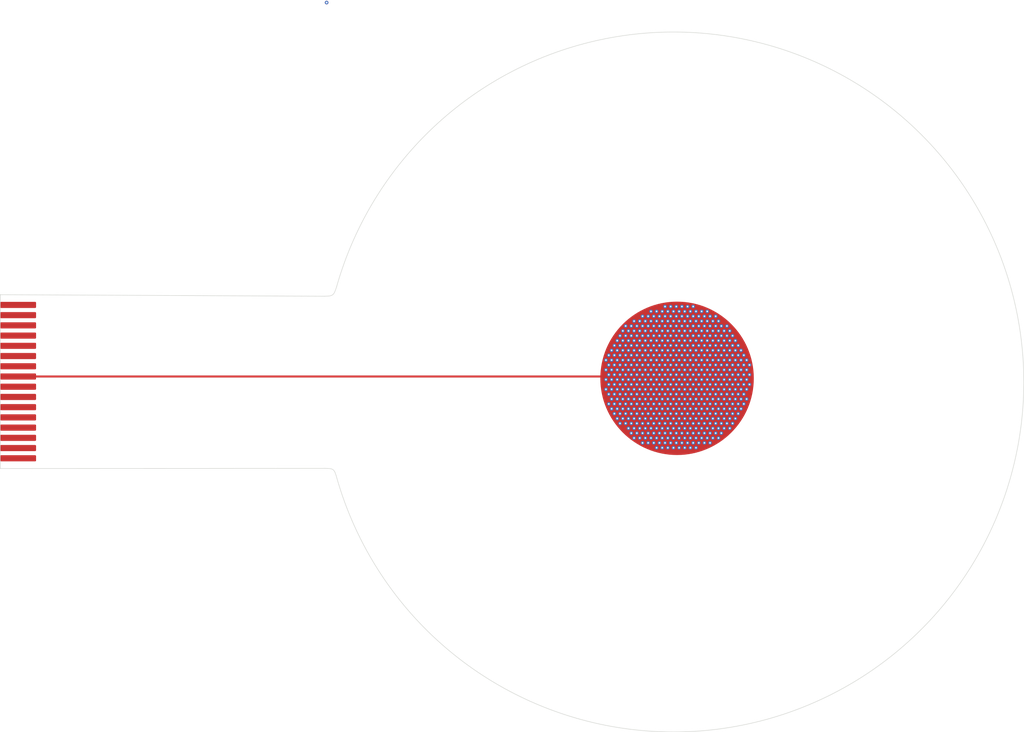
<source format=kicad_pcb>
(kicad_pcb (version 20241229) (generator "pcbnew") (generator_version "9.0")
  (layers (0 "F.Cu" signal) (2 "B.Cu" signal) (13 "F.Paste" user) (15 "B.Paste" user) (5 "F.SilkS" user "F.Silkscreen") (7 "B.SilkS" user "B.Silkscreen") (1 "F.Mask" user) (3 "B.Mask" user) (25 "Edge.Cuts" user))
  (net 0 "")
  (net 1 "/S4")
  (net 2 "/S1")
  (net 3 "/S2")
  (net 4 "/S3")
  (net 5 "/S10")
  (net 6 "/S7")
  (net 7 "/S15")
  (net 8 "/S12")
  (net 9 "/S9")
  (net 10 "/S6")
  (net 11 "/S16")
  (net 12 "/S5")
  (net 13 "/S14")
  (net 14 "/S13")
  (net 15 "/S8")
  (net 16 "/S11")
  (footprint "TP_Library:TP 0.15mm" (layer "F.Cu") (at 82.65 95.323651)
    (property "Reference" "TP_200V**" (hide yes))
    (property "Value" "200V" (hide yes))
  )
  (footprint "TP_Library:TP 0.15mm" (layer "F.Cu") (at 87.325 93.894709)
    (property "Reference" "TP_200V**" (hide yes))
    (property "Value" "200V" (hide yes))
  )
  (footprint "TP_Library:TP 0.15mm" (layer "F.Cu") (at 88.7 98.181535)
    (property "Reference" "TP_200V**" (hide yes))
    (property "Value" "200V" (hide yes))
  )
  (footprint "TP_Library:TP 0.15mm" (layer "F.Cu") (at 90.9 94.371023)
    (property "Reference" "TP_200V**" (hide yes))
    (property "Value" "200V" (hide yes))
  )
  (footprint "TP_Library:TP 0.15mm" (layer "F.Cu") (at 93.375 97.705221)
    (property "Reference" "TP_200V**" (hide yes))
    (property "Value" "200V" (hide yes))
  )
  (footprint "TP_Library:TP 0.15mm" (layer "F.Cu") (at 84.3 88.655255)
    (property "Reference" "TP_200V**" (hide yes))
    (property "Value" "200V" (hide yes))
  )
  (footprint "TP_Library:TP 0.15mm" (layer "F.Cu") (at 85.95 91.513139)
    (property "Reference" "TP_200V**" (hide yes))
    (property "Value" "200V" (hide yes))
  )
  (footprint "TP_Library:TP 0.15mm" (layer "F.Cu") (at 89.25 88.655255)
    (property "Reference" "TP_200V**" (hide yes))
    (property "Value" "200V" (hide yes))
  )
  (footprint "TP_Library:TP 0.15mm" (layer "F.Cu") (at 92.55 89.607883)
    (property "Reference" "TP_200V**" (hide yes))
    (property "Value" "200V" (hide yes))
  )
  (footprint "TP_Library:TP 0.15mm" (layer "F.Cu") (at 87.6 101.039419)
    (property "Reference" "TP_200V**" (hide yes))
    (property "Value" "200V" (hide yes))
  )
  (footprint "TP_Library:TP 0.15mm" (layer "F.Cu") (at 85.4 88.655255)
    (property "Reference" "TP_200V**" (hide yes))
    (property "Value" "200V" (hide yes))
  )
  (footprint "TP_Library:TP 0.15mm" (layer "F.Cu") (at 88.425 99.610477)
    (property "Reference" "TP_200V**" (hide yes))
    (property "Value" "200V" (hide yes))
  )
  (footprint "TP_Library:TP 0.15mm" (layer "F.Cu") (at 90.075 87.226313)
    (property "Reference" "TP_200V**" (hide yes))
    (property "Value" "200V" (hide yes))
  )
  (footprint "TP_Library:TP 0.15mm" (layer "F.Cu") (at 84.575 94.847337)
    (property "Reference" "TP_200V**" (hide yes))
    (property "Value" "200V" (hide yes))
  )
  (footprint "TP_Library:TP 0.15mm" (layer "F.Cu") (at 95.3 96.276279)
    (property "Reference" "TP_200V**" (hide yes))
    (property "Value" "200V" (hide yes))
  )
  (footprint "TP_Library:TP 0.15mm" (layer "F.Cu") (at 83.475 92.942081)
    (property "Reference" "TP_200V**" (hide yes))
    (property "Value" "200V" (hide yes))
  )
  (footprint "TP_Library:TP 0.15mm" (layer "F.Cu") (at 83.475 95.799965)
    (property "Reference" "TP_200V**" (hide yes))
    (property "Value" "200V" (hide yes))
  )
  (footprint "TP_Library:TP 0.15mm" (layer "F.Cu") (at 93.375 91.989453)
    (property "Reference" "TP_200V**" (hide yes))
    (property "Value" "200V" (hide yes))
  )
  (footprint "TP_Library:TP 0.15mm" (layer "F.Cu") (at 86.225 95.799965)
    (property "Reference" "TP_200V**" (hide yes))
    (property "Value" "200V" (hide yes))
  )
  (footprint "TP_Library:TP 0.15mm" (layer "F.Cu") (at 95.575 92.942081)
    (property "Reference" "TP_200V**" (hide yes))
    (property "Value" "200V" (hide yes))
  )
  (footprint "TP_Library:TP 0.15mm" (layer "F.Cu") (at 90.625 90.084197)
    (property "Reference" "TP_200V**" (hide yes))
    (property "Value" "200V" (hide yes))
  )
  (footprint "TP_Library:TP 0.15mm" (layer "F.Cu") (at 82.1 96.276279)
    (property "Reference" "TP_200V**" (hide yes))
    (property "Value" "200V" (hide yes))
  )
  (footprint "TP_Library:TP 0.15mm" (layer "F.Cu") (at 82.375 91.036825)
    (property "Reference" "TP_200V**" (hide yes))
    (property "Value" "200V" (hide yes))
  )
  (footprint "TP_Library:TP 0.15mm" (layer "F.Cu") (at 84.85 96.276279)
    (property "Reference" "TP_200V**" (hide yes))
    (property "Value" "200V" (hide yes))
  )
  (footprint "TP_Library:TP 0.15mm" (layer "F.Cu") (at 85.4 90.560511)
    (property "Reference" "TP_200V**" (hide yes))
    (property "Value" "200V" (hide yes))
  )
  (footprint "TP_Library:TP 0.15mm" (layer "F.Cu") (at 83.75 89.607883)
    (property "Reference" "TP_200V**" (hide yes))
    (property "Value" "200V" (hide yes))
  )
  (footprint "TP_Library:TP 0.15mm" (layer "F.Cu") (at 94.2 90.560511)
    (property "Reference" "TP_200V**" (hide yes))
    (property "Value" "200V" (hide yes))
  )
  (footprint "TP_Library:TP 0.15mm" (layer "F.Cu") (at 90.625 93.894709)
    (property "Reference" "TP_200V**" (hide yes))
    (property "Value" "200V" (hide yes))
  )
  (footprint "TP_Library:TP 0.15mm" (layer "F.Cu") (at 92 99.134163)
    (property "Reference" "TP_200V**" (hide yes))
    (property "Value" "200V" (hide yes))
  )
  (footprint "TP_Library:TP 0.15mm" (layer "F.Cu") (at 88.975 89.131569)
    (property "Reference" "TP_200V**" (hide yes))
    (property "Value" "200V" (hide yes))
  )
  (footprint "TP_Library:TP 0.15mm" (layer "F.Cu") (at 85.95 98.181535)
    (property "Reference" "TP_200V**" (hide yes))
    (property "Value" "200V" (hide yes))
  )
  (footprint "TP_Library:TP 0.15mm" (layer "F.Cu") (at 86.225 91.989453)
    (property "Reference" "TP_200V**" (hide yes))
    (property "Value" "200V" (hide yes))
  )
  (footprint "TP_Library:TP 0.15mm" (layer "F.Cu") (at 88.7 96.276279)
    (property "Reference" "TP_200V**" (hide yes))
    (property "Value" "200V" (hide yes))
  )
  (footprint "TP_Library:TP 0.15mm" (layer "F.Cu") (at 87.05 91.513139)
    (property "Reference" "TP_200V**" (hide yes))
    (property "Value" "200V" (hide yes))
  )
  (footprint "TP_Library:TP 0.15mm" (layer "F.Cu") (at 84.575 92.942081)
    (property "Reference" "TP_200V**" (hide yes))
    (property "Value" "200V" (hide yes))
  )
  (footprint "TP_Library:TP 0.15mm" (layer "F.Cu") (at 86.775 94.847337)
    (property "Reference" "TP_200V**" (hide yes))
    (property "Value" "200V" (hide yes))
  )
  (footprint "TP_Library:TP 0.15mm" (layer "F.Cu") (at 84.3 97.228907)
    (property "Reference" "TP_200V**" (hide yes))
    (property "Value" "200V" (hide yes))
  )
  (footprint "TP_Library:TP 0.15mm" (layer "F.Cu") (at 92.825 98.657849)
    (property "Reference" "TP_200V**" (hide yes))
    (property "Value" "200V" (hide yes))
  )
  (footprint "TP_Library:TP 0.15mm" (layer "F.Cu") (at 88.15 101.039419)
    (property "Reference" "TP_200V**" (hide yes))
    (property "Value" "200V" (hide yes))
  )
  (footprint "TP_Library:TP 0.15mm" (layer "F.Cu") (at 84.85 95.323651)
    (property "Reference" "TP_200V**" (hide yes))
    (property "Value" "200V" (hide yes))
  )
  (footprint "TP_Library:TP 0.15mm" (layer "F.Cu") (at 82.1 97.228907)
    (property "Reference" "TP_200V**" (hide yes))
    (property "Value" "200V" (hide yes))
  )
  (footprint "TP_Library:TP 0.15mm" (layer "F.Cu") (at 84.025 97.705221)
    (property "Reference" "TP_200V**" (hide yes))
    (property "Value" "200V" (hide yes))
  )
  (footprint "TP_Library:TP 0.15mm" (layer "F.Cu") (at 86.225 99.610477)
    (property "Reference" "TP_200V**" (hide yes))
    (property "Value" "200V" (hide yes))
  )
  (footprint "TP_Library:TP 0.15mm" (layer "F.Cu") (at 92.55 91.513139)
    (property "Reference" "TP_200V**" (hide yes))
    (property "Value" "200V" (hide yes))
  )
  (footprint "TP_Library:TP 0.15mm" (layer "F.Cu") (at 88.425 91.036825)
    (property "Reference" "TP_200V**" (hide yes))
    (property "Value" "200V" (hide yes))
  )
  (footprint "TP_Library:TP 0.15mm" (layer "F.Cu") (at 88.425 87.226313)
    (property "Reference" "TP_200V**" (hide yes))
    (property "Value" "200V" (hide yes))
  )
  (footprint "TP_Library:TP 0.15mm" (layer "F.Cu") (at 87.05 95.323651)
    (property "Reference" "TP_200V**" (hide yes))
    (property "Value" "200V" (hide yes))
  )
  (footprint "TP_Library:TP 0.15mm" (layer "F.Cu") (at 90.9 90.560511)
    (property "Reference" "TP_200V**" (hide yes))
    (property "Value" "200V" (hide yes))
  )
  (footprint "TP_Library:TP 0.15mm" (layer "F.Cu") (at 90.075 91.036825)
    (property "Reference" "TP_200V**" (hide yes))
    (property "Value" "200V" (hide yes))
  )
  (footprint "TP_Library:TP 0.15mm" (layer "F.Cu") (at 90.35 96.276279)
    (property "Reference" "TP_200V**" (hide yes))
    (property "Value" "200V" (hide yes))
  )
  (footprint "TP_Library:TP 0.15mm" (layer "F.Cu") (at 90.35 91.513139)
    (property "Reference" "TP_200V**" (hide yes))
    (property "Value" "200V" (hide yes))
  )
  (footprint "TP_Library:TP 0.15mm" (layer "F.Cu") (at 89.525 96.752593)
    (property "Reference" "TP_200V**" (hide yes))
    (property "Value" "200V" (hide yes))
  )
  (footprint "TP_Library:TP 0.15mm" (layer "F.Cu") (at 90.075 98.657849)
    (property "Reference" "TP_200V**" (hide yes))
    (property "Value" "200V" (hide yes))
  )
  (footprint "TP_Library:TP 0.15mm" (layer "F.Cu") (at 85.125 94.847337)
    (property "Reference" "TP_200V**" (hide yes))
    (property "Value" "200V" (hide yes))
  )
  (footprint "TP_Library:TP 0.15mm" (layer "F.Cu") (at 90.35 94.371023)
    (property "Reference" "TP_200V**" (hide yes))
    (property "Value" "200V" (hide yes))
  )
  (footprint "TP_Library:TP 0.15mm" (layer "F.Cu") (at 90.35 92.465767)
    (property "Reference" "TP_200V**" (hide yes))
    (property "Value" "200V" (hide yes))
  )
  (footprint "TP_Library:TP 0.15mm" (layer "F.Cu") (at 93.65 93.418395)
    (property "Reference" "TP_200V**" (hide yes))
    (property "Value" "200V" (hide yes))
  )
  (footprint "TP_Library:TP 0.15mm" (layer "F.Cu") (at 87.05 101.039419)
    (property "Reference" "TP_200V**" (hide yes))
    (property "Value" "200V" (hide yes))
  )
  (footprint "TP_Library:TP 0.15mm" (layer "F.Cu") (at 84.575 93.894709)
    (property "Reference" "TP_200V**" (hide yes))
    (property "Value" "200V" (hide yes))
  )
  (footprint "TP_Library:TP 0.15mm" (layer "F.Cu") (at 92.55 93.418395)
    (property "Reference" "TP_200V**" (hide yes))
    (property "Value" "200V" (hide yes))
  )
  (footprint "TP_Library:TP 0.15mm" (layer "F.Cu") (at 91.725 93.894709)
    (property "Reference" "TP_200V**" (hide yes))
    (property "Value" "200V" (hide yes))
  )
  (footprint "TP_Library:TP 0.15mm" (layer "F.Cu") (at 85.95 99.134163)
    (property "Reference" "TP_200V**" (hide yes))
    (property "Value" "200V" (hide yes))
  )
  (footprint "TP_Library:TP 0.15mm" (layer "F.Cu") (at 87.6 99.134163)
    (property "Reference" "TP_200V**" (hide yes))
    (property "Value" "200V" (hide yes))
  )
  (footprint "TP_Library:TP 0.15mm" (layer "F.Cu") (at 85.95 88.655255)
    (property "Reference" "TP_200V**" (hide yes))
    (property "Value" "200V" (hide yes))
  )
  (footprint "TP_Library:TP 0.15mm" (layer "F.Cu") (at 86.225 94.847337)
    (property "Reference" "TP_200V**" (hide yes))
    (property "Value" "200V" (hide yes))
  )
  (footprint "TP_Library:TP 0.15mm" (layer "F.Cu") (at 90.9 92.465767)
    (property "Reference" "TP_200V**" (hide yes))
    (property "Value" "200V" (hide yes))
  )
  (footprint "TP_Library:TP 0.15mm" (layer "F.Cu") (at 95.025 92.942081)
    (property "Reference" "TP_200V**" (hide yes))
    (property "Value" "200V" (hide yes))
  )
  (footprint "TP_Library:TP 0.15mm" (layer "F.Cu") (at 88.15 96.276279)
    (property "Reference" "TP_200V**" (hide yes))
    (property "Value" "200V" (hide yes))
  )
  (footprint "TP_Library:TP 0.15mm" (layer "F.Cu") (at 86.775 100.563105)
    (property "Reference" "TP_200V**" (hide yes))
    (property "Value" "200V" (hide yes))
  )
  (footprint "TP_Library:TP 0.15mm" (layer "F.Cu") (at 91.175 90.084197)
    (property "Reference" "TP_200V**" (hide yes))
    (property "Value" "200V" (hide yes))
  )
  (footprint "TP_Library:TEST FPC_1" (layer "F.Cu") (at 23.855431 94.570261)
    (property "Reference" "J3" (hide yes))
    (property "Value" "Conn_01x16_Pin" (hide yes))
    (fp_line (start -1.5 -8.5) (end -1.5 8.5) (stroke (width 0.05)) (layer "Edge.Cuts"))
  )
  (footprint "TP_Library:TP 0.15mm" (layer "F.Cu") (at 93.375 89.131569)
    (property "Reference" "TP_200V**" (hide yes))
    (property "Value" "200V" (hide yes))
  )
  (footprint "TP_Library:W6" (layer "F.Cu") (at 81 86.75)
    (property "Reference" "REF**" (hide yes))
    (property "Value" "W6" (hide yes))
  )
  (footprint "TP_Library:TP 0.15mm" (layer "F.Cu") (at 88.425 98.657849)
    (property "Reference" "TP_200V**" (hide yes))
    (property "Value" "200V" (hide yes))
  )
  (footprint "TP_Library:TP 0.15mm" (layer "F.Cu") (at 87.6 93.418395)
    (property "Reference" "TP_200V**" (hide yes))
    (property "Value" "200V" (hide yes))
  )
  (footprint "TP_Library:TP 0.15mm" (layer "F.Cu") (at 85.125 89.131569)
    (property "Reference" "TP_200V**" (hide yes))
    (property "Value" "200V" (hide yes))
  )
  (footprint "TP_Library:TP 0.15mm" (layer "F.Cu") (at 93.65 91.513139)
    (property "Reference" "TP_200V**" (hide yes))
    (property "Value" "200V" (hide yes))
  )
  (footprint "TP_Library:TP 0.15mm" (layer "F.Cu") (at 88.15 95.323651)
    (property "Reference" "TP_200V**" (hide yes))
    (property "Value" "200V" (hide yes))
  )
  (footprint "TP_Library:TP 0.15mm" (layer "F.Cu") (at 89.8 100.086791)
    (property "Reference" "TP_200V**" (hide yes))
    (property "Value" "200V" (hide yes))
  )
  (footprint "TP_Library:TP 0.15mm" (layer "F.Cu") (at 93.375 95.799965)
    (property "Reference" "TP_200V**" (hide yes))
    (property "Value" "200V" (hide yes))
  )
  (footprint "TP_Library:TP 0.15mm" (layer "F.Cu") (at 83.2 91.513139)
    (property "Reference" "TP_200V**" (hide yes))
    (property "Value" "200V" (hide yes))
  )
  (footprint "TP_Library:TP 0.15mm" (layer "F.Cu") (at 83.2 97.228907)
    (property "Reference" "TP_200V**" (hide yes))
    (property "Value" "200V" (hide yes))
  )
  (footprint "TP_Library:TP 0.15mm" (layer "F.Cu") (at 88.975 99.610477)
    (property "Reference" "TP_200V**" (hide yes))
    (property "Value" "200V" (hide yes))
  )
  (footprint "TP_Library:TP 0.15mm" (layer "F.Cu") (at 87.6 95.323651)
    (property "Reference" "TP_200V**" (hide yes))
    (property "Value" "200V" (hide yes))
  )
  (footprint "TP_Library:TP 0.15mm" (layer "F.Cu") (at 84.025 90.084197)
    (property "Reference" "TP_200V**" (hide yes))
    (property "Value" "200V" (hide yes))
  )
  (footprint "TP_Library:TP 0.15mm" (layer "F.Cu") (at 83.75 92.465767)
    (property "Reference" "TP_200V**" (hide yes))
    (property "Value" "200V" (hide yes))
  )
  (footprint "TP_Library:TP 0.15mm" (layer "F.Cu") (at 81.825 95.799965)
    (property "Reference" "TP_200V**" (hide yes))
    (property "Value" "200V" (hide yes))
  )
  (footprint "TP_Library:TP 0.15mm" (layer "F.Cu") (at 82.65 94.371023)
    (property "Reference" "TP_200V**" (hide yes))
    (property "Value" "200V" (hide yes))
  )
  (footprint "TP_Library:TP 0.15mm" (layer "F.Cu") (at 86.5 92.465767)
    (property "Reference" "TP_200V**" (hide yes))
    (property "Value" "200V" (hide yes))
  )
  (footprint "TP_Library:TP 0.15mm" (layer "F.Cu") (at 84.3 92.465767)
    (property "Reference" "TP_200V**" (hide yes))
    (property "Value" "200V" (hide yes))
  )
  (footprint "TP_Library:TP 0.15mm" (layer "F.Cu") (at 89.25 101.039419)
    (property "Reference" "TP_200V**" (hide yes))
    (property "Value" "200V" (hide yes))
  )
  (footprint "TP_Library:TP 0.15mm" (layer "F.Cu") (at 82.375 96.752593)
    (property "Reference" "TP_200V**" (hide yes))
    (property "Value" "200V" (hide yes))
  )
  (footprint "TP_Library:TP 0.15mm" (layer "F.Cu") (at 89.525 99.610477)
    (property "Reference" "TP_200V**" (hide yes))
    (property "Value" "200V" (hide yes))
  )
  (footprint "TP_Library:TP 0.15mm" (layer "F.Cu") (at 84.3 90.560511)
    (property "Reference" "TP_200V**" (hide yes))
    (property "Value" "200V" (hide yes))
  )
  (footprint "TP_Library:TP 0.15mm" (layer "F.Cu") (at 81.825 94.847337)
    (property "Reference" "TP_200V**" (hide yes))
    (property "Value" "200V" (hide yes))
  )
  (footprint "TP_Library:TP 0.15mm" (layer "F.Cu") (at 88.975 97.705221)
    (property "Reference" "TP_200V**" (hide yes))
    (property "Value" "200V" (hide yes))
  )
  (footprint "TP_Library:TP 0.15mm" (layer "F.Cu") (at 82.1 92.465767)
    (property "Reference" "TP_200V**" (hide yes))
    (property "Value" "200V" (hide yes))
  )
  (footprint "TP_Library:TP 0.15mm" (layer "F.Cu") (at 86.5 91.513139)
    (property "Reference" "TP_200V**" (hide yes))
    (property "Value" "200V" (hide yes))
  )
  (footprint "TP_Library:TP 0.15mm" (layer "F.Cu") (at 92.275 91.036825)
    (property "Reference" "TP_200V**" (hide yes))
    (property "Value" "200V" (hide yes))
  )
  (footprint "TP_Library:TP 0.15mm" (layer "F.Cu") (at 84.025 93.894709)
    (property "Reference" "TP_200V**" (hide yes))
    (property "Value" "200V" (hide yes))
  )
  (footprint "TP_Library:TP 0.15mm" (layer "F.Cu") (at 90.075 97.705221)
    (property "Reference" "TP_200V**" (hide yes))
    (property "Value" "200V" (hide yes))
  )
  (footprint "TP_Library:TP 0.15mm" (layer "F.Cu") (at 88.15 93.418395)
    (property "Reference" "TP_200V**" (hide yes))
    (property "Value" "200V" (hide yes))
  )
  (footprint "TP_Library:TP 0.15mm" (layer "F.Cu") (at 86.775 95.799965)
    (property "Reference" "TP_200V**" (hide yes))
    (property "Value" "200V" (hide yes))
  )
  (footprint "TP_Library:TP 0.15mm" (layer "F.Cu") (at 91.175 100.563105)
    (property "Reference" "TP_200V**" (hide yes))
    (property "Value" "200V" (hide yes))
  )
  (footprint "TP_Library:TP 0.15mm" (layer "F.Cu") (at 84.025 95.799965)
    (property "Reference" "TP_200V**" (hide yes))
    (property "Value" "200V" (hide yes))
  )
  (footprint "TP_Library:TP 0.15mm" (layer "F.Cu") (at 85.4 91.513139)
    (property "Reference" "TP_200V**" (hide yes))
    (property "Value" "200V" (hide yes))
  )
  (footprint "TP_Library:TP 0.15mm" (layer "F.Cu") (at 85.125 99.610477)
    (property "Reference" "TP_200V**" (hide yes))
    (property "Value" "200V" (hide yes))
  )
  (footprint "TP_Library:TP 0.15mm" (layer "F.Cu") (at 94.75 93.418395)
    (property "Reference" "TP_200V**" (hide yes))
    (property "Value" "200V" (hide yes))
  )
  (footprint "TP_Library:TP 0.15mm" (layer "F.Cu") (at 88.975 90.084197)
    (property "Reference" "TP_200V**" (hide yes))
    (property "Value" "200V" (hide yes))
  )
  (footprint "TP_Library:TP 0.15mm" (layer "F.Cu") (at 92.825 99.610477)
    (property "Reference" "TP_200V**" (hide yes))
    (property "Value" "200V" (hide yes))
  )
  (footprint "TP_Library:TP 0.15mm" (layer "F.Cu") (at 86.225 98.657849)
    (property "Reference" "TP_200V**" (hide yes))
    (property "Value" "200V" (hide yes))
  )
  (footprint "TP_Library:TP 0.15mm" (layer "F.Cu") (at 85.95 97.228907)
    (property "Reference" "TP_200V**" (hide yes))
    (property "Value" "200V" (hide yes))
  )
  (footprint "TP_Library:TP 0.15mm" (layer "F.Cu") (at 85.95 87.702627)
    (property "Reference" "TP_200V**" (hide yes))
    (property "Value" "200V" (hide yes))
  )
  (footprint "TP_Library:TP 0.15mm" (layer "F.Cu") (at 82.65 92.465767)
    (property "Reference" "TP_200V**" (hide yes))
    (property "Value" "200V" (hide yes))
  )
  (footprint "TP_Library:TP 0.15mm" (layer "F.Cu") (at 92 98.181535)
    (property "Reference" "TP_200V**" (hide yes))
    (property "Value" "200V" (hide yes))
  )
  (footprint "TP_Library:TP 0.15mm" (layer "F.Cu") (at 88.7 89.607883)
    (property "Reference" "TP_200V**" (hide yes))
    (property "Value" "200V" (hide yes))
  )
  (footprint "TP_Library:TP 0.15mm" (layer "F.Cu") (at 89.525 89.131569)
    (property "Reference" "TP_200V**" (hide yes))
    (property "Value" "200V" (hide yes))
  )
  (footprint "TP_Library:TP 0.15mm" (layer "F.Cu") (at 94.475 97.705221)
    (property "Reference" "TP_200V**" (hide yes))
    (property "Value" "200V" (hide yes))
  )
  (footprint "TP_Library:TP 0.15mm" (layer "F.Cu") (at 89.525 98.657849)
    (property "Reference" "TP_200V**" (hide yes))
    (property "Value" "200V" (hide yes))
  )
  (footprint "TP_Library:TP 0.15mm" (layer "F.Cu") (at 89.25 87.702627)
    (property "Reference" "TP_200V**" (hide yes))
    (property "Value" "200V" (hide yes))
  )
  (footprint "TP_Library:TP 0.15mm" (layer "F.Cu") (at 95.575 93.894709)
    (property "Reference" "TP_200V**" (hide yes))
    (property "Value" "200V" (hide yes))
  )
  (footprint "TP_Library:TP 0.15mm" (layer "F.Cu") (at 84.85 90.560511)
    (property "Reference" "TP_200V**" (hide yes))
    (property "Value" "200V" (hide yes))
  )
  (footprint "TP_Library:TP 0.15mm" (layer "F.Cu") (at 86.775 96.752593)
    (property "Reference" "TP_200V**" (hide yes))
    (property "Value" "200V" (hide yes))
  )
  (footprint "TP_Library:TP 0.15mm" (layer "F.Cu") (at 90.9 91.513139)
    (property "Reference" "TP_200V**" (hide yes))
    (property "Value" "200V" (hide yes))
  )
  (footprint "TP_Library:TP 0.15mm" (layer "F.Cu") (at 86.225 97.705221)
    (property "Reference" "TP_200V**" (hide yes))
    (property "Value" "200V" (hide yes))
  )
  (footprint "TP_Library:TP 0.15mm" (layer "F.Cu") (at 84.575 99.610477)
    (property "Reference" "TP_200V**" (hide yes))
    (property "Value" "200V" (hide yes))
  )
  (footprint "TP_Library:TP 0.15mm" (layer "F.Cu") (at 86.5 88.655255)
    (property "Reference" "TP_200V**" (hide yes))
    (property "Value" "200V" (hide yes))
  )
  (footprint "TP_Library:TP 0.15mm" (layer "F.Cu") (at 82.1 91.513139)
    (property "Reference" "TP_200V**" (hide yes))
    (property "Value" "200V" (hide yes))
  )
  (footprint "TP_Library:TP 0.15mm" (layer "F.Cu") (at 87.875 99.610477)
    (property "Reference" "TP_200V**" (hide yes))
    (property "Value" "200V" (hide yes))
  )
  (footprint "TP_Library:TP 0.15mm" (layer "F.Cu") (at 92 92.465767)
    (property "Reference" "TP_200V**" (hide yes))
    (property "Value" "200V" (hide yes))
  )
  (footprint "TP_Library:TP 0.15mm" (layer "F.Cu") (at 90.625 100.563105)
    (property "Reference" "TP_200V**" (hide yes))
    (property "Value" "200V" (hide yes))
  )
  (footprint "TP_Library:TP 0.15mm" (layer "F.Cu") (at 92.275 93.894709)
    (property "Reference" "TP_200V**" (hide yes))
    (property "Value" "200V" (hide yes))
  )
  (footprint "TP_Library:TP 0.15mm" (layer "F.Cu") (at 90.625 92.942081)
    (property "Reference" "TP_200V**" (hide yes))
    (property "Value" "200V" (hide yes))
  )
  (footprint "TP_Library:TP 0.15mm" (layer "F.Cu") (at 88.975 93.894709)
    (property "Reference" "TP_200V**" (hide yes))
    (property "Value" "200V" (hide yes))
  )
  (footprint "TP_Library:TP 0.15mm" (layer "F.Cu") (at 84.3 100.086791)
    (property "Reference" "TP_200V**" (hide yes))
    (property "Value" "200V" (hide yes))
  )
  (footprint "TP_Library:TP 0.15mm" (layer "F.Cu") (at 85.675 93.894709)
    (property "Reference" "TP_200V**" (hide yes))
    (property "Value" "200V" (hide yes))
  )
  (footprint "TP_Library:TP 0.15mm" (layer "F.Cu") (at 92.825 96.752593)
    (property "Reference" "TP_200V**" (hide yes))
    (property "Value" "200V" (hide yes))
  )
  (footprint "TP_Library:TP 0.15mm" (layer "F.Cu") (at 89.25 97.228907)
    (property "Reference" "TP_200V**" (hide yes))
    (property "Value" "200V" (hide yes))
  )
  (footprint "TP_Library:TP 0.15mm" (layer "F.Cu") (at 90.625 99.610477)
    (property "Reference" "TP_200V**" (hide yes))
    (property "Value" "200V" (hide yes))
  )
  (footprint "TP_Library:TP 0.15mm" (layer "F.Cu") (at 85.95 93.418395)
    (property "Reference" "TP_200V**" (hide yes))
    (property "Value" "200V" (hide yes))
  )
  (footprint "TP_Library:TP 0.15mm" (layer "F.Cu") (at 88.15 97.228907)
    (property "Reference" "TP_200V**" (hide yes))
    (property "Value" "200V" (hide yes))
  )
  (footprint "TP_Library:TP 0.15mm" (layer "F.Cu") (at 85.675 100.563105)
    (property "Reference" "TP_200V**" (hide yes))
    (property "Value" "200V" (hide yes))
  )
  (footprint "TP_Library:TP 0.15mm" (layer "F.Cu") (at 82.1 95.323651)
    (property "Reference" "TP_200V**" (hide yes))
    (property "Value" "200V" (hide yes))
  )
  (footprint "TP_Library:TP 0.15mm" (layer "F.Cu") (at 83.2 93.418395)
    (property "Reference" "TP_200V**" (hide yes))
    (property "Value" "200V" (hide yes))
  )
  (footprint "TP_Library:TP 0.15mm" (layer "F.Cu") (at 89.25 93.418395)
    (property "Reference" "TP_200V**" (hide yes))
    (property "Value" "200V" (hide yes))
  )
  (footprint "TP_Library:TP 0.15mm" (layer "F.Cu") (at 90.35 88.655255)
    (property "Reference" "TP_200V**" (hide yes))
    (property "Value" "200V" (hide yes))
  )
  (footprint "TP_Library:TP 0.15mm" (layer "F.Cu") (at 85.125 91.989453)
    (property "Reference" "TP_200V**" (hide yes))
    (property "Value" "200V" (hide yes))
  )
  (footprint "TP_Library:TP 0.15mm" (layer "F.Cu") (at 92.825 89.131569)
    (property "Reference" "TP_200V**" (hide yes))
    (property "Value" "200V" (hide yes))
  )
  (footprint "TP_Library:TP 0.15mm" (layer "F.Cu") (at 92 90.560511)
    (property "Reference" "TP_200V**" (hide yes))
    (property "Value" "200V" (hide yes))
  )
  (footprint "TP_Library:TP 0.15mm" (layer "F.Cu") (at 87.875 90.084197)
    (property "Reference" "TP_200V**" (hide yes))
    (property "Value" "200V" (hide yes))
  )
  (footprint "TP_Library:TP 0.15mm" (layer "F.Cu") (at 92 96.276279)
    (property "Reference" "TP_200V**" (hide yes))
    (property "Value" "200V" (hide yes))
  )
  (footprint "TP_Library:TP 0.15mm" (layer "F.Cu") (at 89.8 89.607883)
    (property "Reference" "TP_200V**" (hide yes))
    (property "Value" "200V" (hide yes))
  )
  (footprint "TP_Library:TP 0.15mm" (layer "F.Cu") (at 93.925 91.989453)
    (property "Reference" "TP_200V**" (hide yes))
    (property "Value" "200V" (hide yes))
  )
  (footprint "TP_Library:TP 0.15mm" (layer "F.Cu") (at 91.45 96.276279)
    (property "Reference" "TP_200V**" (hide yes))
    (property "Value" "200V" (hide yes))
  )
  (footprint "TP_Library:TP 0.15mm" (layer "F.Cu") (at 83.75 90.560511)
    (property "Reference" "TP_200V**" (hide yes))
    (property "Value" "200V" (hide yes))
  )
  (footprint "TP_Library:TP 0.15mm" (layer "F.Cu") (at 93.65 92.465767)
    (property "Reference" "TP_200V**" (hide yes))
    (property "Value" "200V" (hide yes))
  )
  (footprint "TP_Library:TP 0.15mm" (layer "F.Cu") (at 84.3 95.323651)
    (property "Reference" "TP_200V**" (hide yes))
    (property "Value" "200V" (hide yes))
  )
  (footprint "TP_Library:TP 0.15mm" (layer "F.Cu") (at 82.375 92.942081)
    (property "Reference" "TP_200V**" (hide yes))
    (property "Value" "200V" (hide yes))
  )
  (footprint "TP_Library:TP 0.15mm" (layer "F.Cu") (at 83.475 96.752593)
    (property "Reference" "TP_200V**" (hide yes))
    (property "Value" "200V" (hide yes))
  )
  (footprint "TP_Library:TP 0.15mm" (layer "F.Cu") (at 88.975 91.989453)
    (property "Reference" "TP_200V**" (hide yes))
    (property "Value" "200V" (hide yes))
  )
  (footprint "TP_Library:TP 0.15mm" (layer "F.Cu") (at 90.625 95.799965)
    (property "Reference" "TP_200V**" (hide yes))
    (property "Value" "200V" (hide yes))
  )
  (footprint "TP_Library:TP 0.15mm" (layer "F.Cu") (at 94.2 97.228907)
    (property "Reference" "TP_200V**" (hide yes))
    (property "Value" "200V" (hide yes))
  )
  (footprint "TP_Library:TP 0.15mm" (layer "F.Cu") (at 84.85 89.607883)
    (property "Reference" "TP_200V**" (hide yes))
    (property "Value" "200V" (hide yes))
  )
  (footprint "TP_Library:TP 0.15mm" (layer "F.Cu") (at 83.75 99.134163)
    (property "Reference" "TP_200V**" (hide yes))
    (property "Value" "200V" (hide yes))
  )
  (footprint "TP_Library:TP 0.15mm" (layer "F.Cu") (at 93.1 94.371023)
    (property "Reference" "TP_200V**" (hide yes))
    (property "Value" "200V" (hide yes))
  )
  (footprint "TP_Library:TP 0.15mm" (layer "F.Cu") (at 89.525 92.942081)
    (property "Reference" "TP_200V**" (hide yes))
    (property "Value" "200V" (hide yes))
  )
  (footprint "TP_Library:TP 0.15mm" (layer "F.Cu") (at 87.05 100.086791)
    (property "Reference" "TP_200V**" (hide yes))
    (property "Value" "200V" (hide yes))
  )
  (footprint "TP_Library:TP 0.15mm" (layer "F.Cu") (at 85.675 96.752593)
    (property "Reference" "TP_200V**" (hide yes))
    (property "Value" "200V" (hide yes))
  )
  (footprint "TP_Library:TP 0.15mm" (layer "F.Cu") (at 93.375 90.084197)
    (property "Reference" "TP_200V**" (hide yes))
    (property "Value" "200V" (hide yes))
  )
  (footprint "TP_Library:TP 0.15mm" (layer "F.Cu") (at 88.425 94.847337)
    (property "Reference" "TP_200V**" (hide yes))
    (property "Value" "200V" (hide yes))
  )
  (footprint "TP_Library:TP 0.15mm" (layer "F.Cu") (at 90.35 101.039419)
    (property "Reference" "TP_200V**" (hide yes))
    (property "Value" "200V" (hide yes))
  )
  (footprint "TP_Library:TP 0.15mm" (layer "F.Cu") (at 92 100.086791)
    (property "Reference" "TP_200V**" (hide yes))
    (property "Value" "200V" (hide yes))
  )
  (footprint "TP_Library:TP 0.15mm" (layer "F.Cu") (at 87.05 88.655255)
    (property "Reference" "TP_200V**" (hide yes))
    (property "Value" "200V" (hide yes))
  )
  (footprint "TP_Library:TP 0.15mm" (layer "F.Cu") (at 87.325 92.942081)
    (property "Reference" "TP_200V**" (hide yes))
    (property "Value" "200V" (hide yes))
  )
  (footprint "TP_Library:TP 0.15mm" (layer "F.Cu") (at 83.2 94.371023)
    (property "Reference" "TP_200V**" (hide yes))
    (property "Value" "200V" (hide yes))
  )
  (footprint "TP_Library:TP 0.15mm" (layer "F.Cu") (at 91.725 98.657849)
    (property "Reference" "TP_200V**" (hide yes))
    (property "Value" "200V" (hide yes))
  )
  (footprint "TP_Library:TP 0.15mm" (layer "F.Cu") (at 86.225 89.131569)
    (property "Reference" "TP_200V**" (hide yes))
    (property "Value" "200V" (hide yes))
  )
  (footprint "TP_Library:TP 0.15mm" (layer "F.Cu") (at 86.225 92.942081)
    (property "Reference" "TP_200V**" (hide yes))
    (property "Value" "200V" (hide yes))
  )
  (footprint "TP_Library:TP 0.15mm" (layer "F.Cu") (at 95.025 93.894709)
    (property "Reference" "TP_200V**" (hide yes))
    (property "Value" "200V" (hide yes))
  )
  (footprint "TP_Library:TP 0.15mm" (layer "F.Cu") (at 87.05 89.607883)
    (property "Reference" "TP_200V**" (hide yes))
    (property "Value" "200V" (hide yes))
  )
  (footprint "TP_Library:TP 0.15mm" (layer "F.Cu") (at 84.3 89.607883)
    (property "Reference" "TP_200V**" (hide yes))
    (property "Value" "200V" (hide yes))
  )
  (footprint "TP_Library:TP 0.15mm" (layer "F.Cu") (at 95.025 96.752593)
    (property "Reference" "TP_200V**" (hide yes))
    (property "Value" "200V" (hide yes))
  )
  (footprint "TP_Library:TP 0.15mm" (layer "F.Cu") (at 87.325 91.989453)
    (property "Reference" "TP_200V**" (hide yes))
    (property "Value" "200V" (hide yes))
  )
  (footprint "TP_Library:TP 0.15mm" (layer "F.Cu") (at 83.75 98.181535)
    (property "Reference" "TP_200V**" (hide yes))
    (property "Value" "200V" (hide yes))
  )
  (footprint "TP_Library:TP 0.15mm" (layer "F.Cu") (at 91.45 94.371023)
    (property "Reference" "TP_200V**" (hide yes))
    (property "Value" "200V" (hide yes))
  )
  (footprint "TP_Library:TP 0.15mm" (layer "F.Cu") (at 87.05 97.228907)
    (property "Reference" "TP_200V**" (hide yes))
    (property "Value" "200V" (hide yes))
  )
  (footprint "TP_Library:TP 0.15mm" (layer "F.Cu") (at 88.15 98.181535)
    (property "Reference" "TP_200V**" (hide yes))
    (property "Value" "200V" (hide yes))
  )
  (footprint "TP_Library:TP 0.15mm" (layer "F.Cu") (at 89.8 91.513139)
    (property "Reference" "TP_200V**" (hide yes))
    (property "Value" "200V" (hide yes))
  )
  (footprint "TP_Library:TP 0.15mm" (layer "F.Cu") (at 87.6 97.228907)
    (property "Reference" "TP_200V**" (hide yes))
    (property "Value" "200V" (hide yes))
  )
  (footprint "TP_Library:TP 0.15mm" (layer "F.Cu") (at 90.075 94.847337)
    (property "Reference" "TP_200V**" (hide yes))
    (property "Value" "200V" (hide yes))
  )
  (footprint "TP_Library:TP 0.15mm" (layer "F.Cu") (at 88.7 97.228907)
    (property "Reference" "TP_200V**" (hide yes))
    (property "Value" "200V" (hide yes))
  )
  (footprint "TP_Library:TP 0.15mm" (layer "F.Cu") (at 86.225 88.178941)
    (property "Reference" "TP_200V**" (hide yes))
    (property "Value" "200V" (hide yes))
  )
  (footprint "TP_Library:TP 0.15mm" (layer "F.Cu") (at 89.25 96.276279)
    (property "Reference" "TP_200V**" (hide yes))
    (property "Value" "200V" (hide yes))
  )
  (footprint "TP_Library:TP 0.15mm" (layer "F.Cu") (at 85.4 93.418395)
    (property "Reference" "TP_200V**" (hide yes))
    (property "Value" "200V" (hide yes))
  )
  (footprint "TP_Library:TP 0.15mm" (layer "F.Cu") (at 95.025 94.847337)
    (property "Reference" "TP_200V**" (hide yes))
    (property "Value" "200V" (hide yes))
  )
  (footprint "TP_Library:TP 0.15mm" (layer "F.Cu") (at 87.6 90.560511)
    (property "Reference" "TP_200V**" (hide yes))
    (property "Value" "200V" (hide yes))
  )
  (footprint "TP_Library:TP 0.15mm" (layer "F.Cu") (at 94.75 94.371023)
    (property "Reference" "TP_200V**" (hide yes))
    (property "Value" "200V" (hide yes))
  )
  (footprint "TP_Library:TP 0.15mm" (layer "F.Cu") (at 90.35 89.607883)
    (property "Reference" "TP_200V**" (hide yes))
    (property "Value" "200V" (hide yes))
  )
  (footprint "TP_Library:TP 0.15mm" (layer "F.Cu") (at 92.825 94.847337)
    (property "Reference" "TP_200V**" (hide yes))
    (property "Value" "200V" (hide yes))
  )
  (footprint "TP_Library:TP 0.15mm" (layer "F.Cu") (at 88.975 94.847337)
    (property "Reference" "TP_200V**" (hide yes))
    (property "Value" "200V" (hide yes))
  )
  (footprint "TP_Library:TP 0.15mm" (layer "F.Cu") (at 87.325 90.084197)
    (property "Reference" "TP_200V**" (hide yes))
    (property "Value" "200V" (hide yes))
  )
  (footprint "TP_Library:TP 0.15mm" (layer "F.Cu") (at 89.525 88.178941)
    (property "Reference" "TP_200V**" (hide yes))
    (property "Value" "200V" (hide yes))
  )
  (footprint "TP_Library:TP 0.15mm" (layer "F.Cu") (at 81.825 96.752593)
    (property "Reference" "TP_200V**" (hide yes))
    (property "Value" "200V" (hide yes))
  )
  (footprint "TP_Library:TP 0.15mm" (layer "F.Cu") (at 93.65 89.607883)
    (property "Reference" "TP_200V**" (hide yes))
    (property "Value" "200V" (hide yes))
  )
  (footprint "TP_Library:TP 0.15mm" (layer "F.Cu") (at 91.725 91.036825)
    (property "Reference" "TP_200V**" (hide yes))
    (property "Value" "200V" (hide yes))
  )
  (footprint "TP_Library:TP 0.15mm" (layer "F.Cu") (at 89.25 98.181535)
    (property "Reference" "TP_200V**" (hide yes))
    (property "Value" "200V" (hide yes))
  )
  (footprint "TP_Library:TP 0.15mm" (layer "F.Cu") (at 82.65 93.418395)
    (property "Reference" "TP_200V**" (hide yes))
    (property "Value" "200V" (hide yes))
  )
  (footprint "TP_Library:TP 0.15mm" (layer "F.Cu") (at 91.175 97.705221)
    (property "Reference" "TP_200V**" (hide yes))
    (property "Value" "200V" (hide yes))
  )
  (footprint "TP_Library:TP 0.15mm" (layer "F.Cu") (at 92.55 95.323651)
    (property "Reference" "TP_200V**" (hide yes))
    (property "Value" "200V" (hide yes))
  )
  (footprint "TP_Library:TP 0.15mm" (layer "F.Cu") (at 82.925 96.752593)
    (property "Reference" "TP_200V**" (hide yes))
    (property "Value" "200V" (hide yes))
  )
  (footprint "TP_Library:TP 0.15mm" (layer "F.Cu") (at 88.975 88.178941)
    (property "Reference" "TP_200V**" (hide yes))
    (property "Value" "200V" (hide yes))
  )
  (footprint "TP_Library:TP 0.15mm" (layer "F.Cu") (at 82.65 90.560511)
    (property "Reference" "TP_200V**" (hide yes))
    (property "Value" "200V" (hide yes))
  )
  (footprint "TP_Library:TP 0.15mm" (layer "F.Cu") (at 91.175 93.894709)
    (property "Reference" "TP_200V**" (hide yes))
    (property "Value" "200V" (hide yes))
  )
  (footprint "TP_Library:TP 0.15mm" (layer "F.Cu") (at 90.9 95.323651)
    (property "Reference" "TP_200V**" (hide yes))
    (property "Value" "200V" (hide yes))
  )
  (footprint "TP_Library:TP 0.15mm" (layer "F.Cu") (at 87.875 89.131569)
    (property "Reference" "TP_200V**" (hide yes))
    (property "Value" "200V" (hide yes))
  )
  (footprint "TP_Library:TP 0.15mm" (layer "F.Cu") (at 87.05 90.560511)
    (property "Reference" "TP_200V**" (hide yes))
    (property "Value" "200V" (hide yes))
  )
  (footprint "TP_Library:TP 0.15mm" (layer "F.Cu") (at 85.125 98.657849)
    (property "Reference" "TP_200V**" (hide yes))
    (property "Value" "200V" (hide yes))
  )
  (footprint "TP_Library:TP 0.15mm" (layer "F.Cu") (at 87.325 94.847337)
    (property "Reference" "TP_200V**" (hide yes))
    (property "Value" "200V" (hide yes))
  )
  (footprint "TP_Library:TP 0.15mm" (layer "F.Cu") (at 89.25 90.560511)
    (property "Reference" "TP_200V**" (hide yes))
    (property "Value" "200V" (hide yes))
  )
  (footprint "TP_Library:TP 0.15mm" (layer "F.Cu") (at 87.325 100.563105)
    (property "Reference" "TP_200V**" (hide yes))
    (property "Value" "200V" (hide yes))
  )
  (footprint "TP_Library:TP 0.15mm" (layer "F.Cu") (at 82.375 94.847337)
    (property "Reference" "TP_200V**" (hide yes))
    (property "Value" "200V" (hide yes))
  )
  (footprint "TP_Library:TP 0.15mm" (layer "F.Cu") (at 93.375 92.942081)
    (property "Reference" "TP_200V**" (hide yes))
    (property "Value" "200V" (hide yes))
  )
  (footprint "TP_Library:TP 0.15mm" (layer "F.Cu") (at 94.2 96.276279)
    (property "Reference" "TP_200V**" (hide yes))
    (property "Value" "200V" (hide yes))
  )
  (footprint "TP_Library:TP 0.15mm" (layer "F.Cu") (at 87.875 91.036825)
    (property "Reference" "TP_200V**" (hide yes))
    (property "Value" "200V" (hide yes))
  )
  (footprint "TP_Library:TP 0.15mm" (layer "F.Cu") (at 85.675 90.084197)
    (property "Reference" "TP_200V**" (hide yes))
    (property "Value" "200V" (hide yes))
  )
  (footprint "TP_Library:TP 0.15mm" (layer "F.Cu") (at 87.6 89.607883)
    (property "Reference" "TP_200V**" (hide yes))
    (property "Value" "200V" (hide yes))
  )
  (footprint "TP_Library:TP 0.15mm" (layer "F.Cu") (at 92 88.655255)
    (property "Reference" "TP_200V**" (hide yes))
    (property "Value" "200V" (hide yes))
  )
  (footprint "TP_Library:TP 0.15mm" (layer "F.Cu") (at 82.65 96.276279)
    (property "Reference" "TP_200V**" (hide yes))
    (property "Value" "200V" (hide yes))
  )
  (footprint "TP_Library:TP 0.15mm" (layer "F.Cu") (at 88.425 93.894709)
    (property "Reference" "TP_200V**" (hide yes))
    (property "Value" "200V" (hide yes))
  )
  (footprint "TP_Library:TP 0.15mm" (layer "F.Cu") (at 81.55 94.371023)
    (property "Reference" "TP_200V**" (hide yes))
    (property "Value" "200V" (hide yes))
  )
  (footprint "TP_Library:TP 0.15mm" (layer "F.Cu") (at 89.8 98.181535)
    (property "Reference" "TP_200V**" (hide yes))
    (property "Value" "200V" (hide yes))
  )
  (footprint "TP_Library:TP 0.15mm" (layer "F.Cu") (at 92.275 99.610477)
    (property "Reference" "TP_200V**" (hide yes))
    (property "Value" "200V" (hide yes))
  )
  (footprint "TP_Library:TP 0.15mm" (layer "F.Cu") (at 82.375 91.989453)
    (property "Reference" "TP_200V**" (hide yes))
    (property "Value" "200V" (hide yes))
  )
  (footprint "TP_Library:TP 0.15mm" (layer "F.Cu") (at 94.475 93.894709)
    (property "Reference" "TP_200V**" (hide yes))
    (property "Value" "200V" (hide yes))
  )
  (footprint "TP_Library:TP 0.15mm" (layer "F.Cu") (at 91.725 92.942081)
    (property "Reference" "TP_200V**" (hide yes))
    (property "Value" "200V" (hide yes))
  )
  (footprint "TP_Library:TP 0.15mm" (layer "F.Cu") (at 93.1 95.323651)
    (property "Reference" "TP_200V**" (hide yes))
    (property "Value" "200V" (hide yes))
  )
  (footprint "TP_Library:TP 0.15mm" (layer "F.Cu") (at 88.15 87.702627)
    (property "Reference" "TP_200V**" (hide yes))
    (property "Value" "200V" (hide yes))
  )
  (footprint "TP_Library:TP 0.15mm" (layer "F.Cu") (at 91.45 93.418395)
    (property "Reference" "TP_200V**" (hide yes))
    (property "Value" "200V" (hide yes))
  )
  (footprint "TP_Library:TP 0.15mm" (layer "F.Cu") (at 93.65 96.276279)
    (property "Reference" "TP_200V**" (hide yes))
    (property "Value" "200V" (hide yes))
  )
  (footprint "TP_Library:TP 0.15mm" (layer "F.Cu") (at 84.3 91.513139)
    (property "Reference" "TP_200V**" (hide yes))
    (property "Value" "200V" (hide yes))
  )
  (footprint "TP_Library:TP 0.15mm" (layer "F.Cu") (at 87.875 96.752593)
    (property "Reference" "TP_200V**" (hide yes))
    (property "Value" "200V" (hide yes))
  )
  (footprint "TP_Library:TP 0.15mm" (layer "F.Cu") (at 85.4 100.086791)
    (property "Reference" "TP_200V**" (hide yes))
    (property "Value" "200V" (hide yes))
  )
  (footprint "TP_Library:TP 0.15mm" (layer "F.Cu") (at 94.75 97.228907)
    (property "Reference" "TP_200V**" (hide yes))
    (property "Value" "200V" (hide yes))
  )
  (footprint "TP_Library:TP 0.15mm" (layer "F.Cu") (at 81.55 92.465767)
    (property "Reference" "TP_200V**" (hide yes))
    (property "Value" "200V" (hide yes))
  )
  (footprint "TP_Library:TP 0.15mm" (layer "F.Cu") (at 91.175 94.847337)
    (property "Reference" "TP_200V**" (hide yes))
    (property "Value" "200V" (hide yes))
  )
  (footprint "TP_Library:TP 0.15mm" (layer "F.Cu") (at 93.375 96.752593)
    (property "Reference" "TP_200V**" (hide yes))
    (property "Value" "200V" (hide yes))
  )
  (footprint "TP_Library:TP 0.15mm" (layer "F.Cu") (at 94.75 95.323651)
    (property "Reference" "TP_200V**" (hide yes))
    (property "Value" "200V" (hide yes))
  )
  (footprint "TP_Library:TP 0.15mm" (layer "F.Cu") (at 90.9 93.418395)
    (property "Reference" "TP_200V**" (hide yes))
    (property "Value" "200V" (hide yes))
  )
  (footprint "TP_Library:TP 0.15mm" (layer "F.Cu") (at 89.25 100.086791)
    (property "Reference" "TP_200V**" (hide yes))
    (property "Value" "200V" (hide yes))
  )
  (footprint "TP_Library:TP 0.15mm" (layer "F.Cu") (at 91.725 90.084197)
    (property "Reference" "TP_200V**" (hide yes))
    (property "Value" "200V" (hide yes))
  )
  (footprint "TP_Library:TP 0.15mm" (layer "F.Cu") (at 88.425 97.705221)
    (property "Reference" "TP_200V**" (hide yes))
    (property "Value" "200V" (hide yes))
  )
  (footprint "TP_Library:TP 0.15mm" (layer "F.Cu") (at 91.175 88.178941)
    (property "Reference" "TP_200V**" (hide yes))
    (property "Value" "200V" (hide yes))
  )
  (footprint "TP_Library:TP 0.15mm" (layer "F.Cu") (at 94.2 94.371023)
    (property "Reference" "TP_200V**" (hide yes))
    (property "Value" "200V" (hide yes))
  )
  (footprint "TP_Library:TP 0.15mm" (layer "F.Cu") (at 93.65 90.560511)
    (property "Reference" "TP_200V**" (hide yes))
    (property "Value" "200V" (hide yes))
  )
  (footprint "TP_Library:TP 0.15mm" (layer "F.Cu") (at 91.725 95.799965)
    (property "Reference" "TP_200V**" (hide yes))
    (property "Value" "200V" (hide yes))
  )
  (footprint "TP_Library:TP 0.15mm" (layer "F.Cu") (at 84.3 96.276279)
    (property "Reference" "TP_200V**" (hide yes))
    (property "Value" "200V" (hide yes))
  )
  (footprint "TP_Library:TP 0.15mm" (layer "F.Cu") (at 93.1 92.465767)
    (property "Reference" "TP_200V**" (hide yes))
    (property "Value" "200V" (hide yes))
  )
  (footprint "TP_Library:TP 0.15mm" (layer "F.Cu") (at 82.65 97.228907)
    (property "Reference" "TP_200V**" (hide yes))
    (property "Value" "200V" (hide yes))
  )
  (footprint "TP_Library:TP 0.15mm" (layer "F.Cu") (at 92.825 91.989453)
    (property "Reference" "TP_200V**" (hide yes))
    (property "Value" "200V" (hide yes))
  )
  (footprint "TP_Library:TP 0.15mm" (layer "F.Cu") (at 92.275 91.989453)
    (property "Reference" "TP_200V**" (hide yes))
    (property "Value" "200V" (hide yes))
  )
  (footprint "TP_Library:TP 0.15mm" (layer "F.Cu") (at 83.475 97.705221)
    (property "Reference" "TP_200V**" (hide yes))
    (property "Value" "200V" (hide yes))
  )
  (footprint "TP_Library:TP 0.15mm" (layer "F.Cu") (at 88.7 87.702627)
    (property "Reference" "TP_200V**" (hide yes))
    (property "Value" "200V" (hide yes))
  )
  (footprint "TP_Library:TP 0.15mm" (layer "F.Cu") (at 91.175 91.036825)
    (property "Reference" "TP_200V**" (hide yes))
    (property "Value" "200V" (hide yes))
  )
  (footprint "TP_Library:TP 0.15mm" (layer "F.Cu") (at 82.925 91.989453)
    (property "Reference" "TP_200V**" (hide yes))
    (property "Value" "200V" (hide yes))
  )
  (footprint "TP_Library:TP 0.15mm" (layer "F.Cu") (at 87.325 89.131569)
    (property "Reference" "TP_200V**" (hide yes))
    (property "Value" "200V" (hide yes))
  )
  (footprint "TP_Library:TP 0.15mm" (layer "F.Cu") (at 87.325 99.610477)
    (property "Reference" "TP_200V**" (hide yes))
    (property "Value" "200V" (hide yes))
  )
  (footprint "TP_Library:TP 0.15mm" (layer "F.Cu") (at 89.25 99.134163)
    (property "Reference" "TP_200V**" (hide yes))
    (property "Value" "200V" (hide yes))
  )
  (footprint "TP_Library:TP 0.15mm" (layer "F.Cu") (at 86.5 96.276279)
    (property "Reference" "TP_200V**" (hide yes))
    (property "Value" "200V" (hide yes))
  )
  (footprint "TP_Library:TP 0.15mm" (layer "F.Cu") (at 90.9 97.228907)
    (property "Reference" "TP_200V**" (hide yes))
    (property "Value" "200V" (hide yes))
  )
  (footprint "TP_Library:TP 0.15mm" (layer "F.Cu") (at 84.025 99.610477)
    (property "Reference" "TP_200V**" (hide yes))
    (property "Value" "200V" (hide yes))
  )
  (footprint "TP_Library:TP 0.15mm" (layer "F.Cu") (at 81.825 92.942081)
    (property "Reference" "TP_200V**" (hide yes))
    (property "Value" "200V" (hide yes))
  )
  (footprint "TP_Library:TP 0.15mm" (layer "F.Cu") (at 89.8 94.371023)
    (property "Reference" "TP_200V**" (hide yes))
    (property "Value" "200V" (hide yes))
  )
  (footprint "TP_Library:TP 0.15mm" (layer "F.Cu") (at 83.475 91.036825)
    (property "Reference" "TP_200V**" (hide yes))
    (property "Value" "200V" (hide yes))
  )
  (footprint "TP_Library:TP 0.15mm" (layer "F.Cu") (at 88.7 101.039419)
    (property "Reference" "TP_200V**" (hide yes))
    (property "Value" "200V" (hide yes))
  )
  (footprint "TP_Library:TP 0.15mm" (layer "F.Cu") (at 91.45 91.513139)
    (property "Reference" "TP_200V**" (hide yes))
    (property "Value" "200V" (hide yes))
  )
  (footprint "TP_Library:TP 0.15mm" (layer "F.Cu") (at 94.475 96.752593)
    (property "Reference" "TP_200V**" (hide yes))
    (property "Value" "200V" (hide yes))
  )
  (footprint "TP_Library:TP 0.15mm" (layer "F.Cu") (at 92.825 93.894709)
    (property "Reference" "TP_200V**" (hide yes))
    (property "Value" "200V" (hide yes))
  )
  (footprint "TP_Library:TP 0.15mm" (layer "F.Cu") (at 92.55 99.134163)
    (property "Reference" "TP_200V**" (hide yes))
    (property "Value" "200V" (hide yes))
  )
  (footprint "TP_Library:TP 0.15mm" (layer "F.Cu") (at 91.45 100.086791)
    (property "Reference" "TP_200V**" (hide yes))
    (property "Value" "200V" (hide yes))
  )
  (footprint "TP_Library:TP 0.15mm" (layer "F.Cu") (at 89.8 99.134163)
    (property "Reference" "TP_200V**" (hide yes))
    (property "Value" "200V" (hide yes))
  )
  (footprint "TP_Library:TP 0.15mm" (layer "F.Cu") (at 84.575 95.799965)
    (property "Reference" "TP_200V**" (hide yes))
    (property "Value" "200V" (hide yes))
  )
  (footprint "TP_Library:TP 0.15mm" (layer "F.Cu") (at 82.925 97.705221)
    (property "Reference" "TP_200V**" (hide yes))
    (property "Value" "200V" (hide yes))
  )
  (footprint "TP_Library:TP 0.15mm" (layer "F.Cu") (at 94.75 91.513139)
    (property "Reference" "TP_200V**" (hide yes))
    (property "Value" "200V" (hide yes))
  )
  (footprint "TP_Library:TP 0.15mm" (layer "F.Cu") (at 83.2 92.465767)
    (property "Reference" "TP_200V**" (hide yes))
    (property "Value" "200V" (hide yes))
  )
  (footprint "TP_Library:TP 0.15mm" (layer "F.Cu") (at 82.925 98.657849)
    (property "Reference" "TP_200V**" (hide yes))
    (property "Value" "200V" (hide yes))
  )
  (footprint "TP_Library:TP 0.15mm" (layer "F.Cu") (at 82.65 91.513139)
    (property "Reference" "TP_200V**" (hide yes))
    (property "Value" "200V" (hide yes))
  )
  (footprint "TP_Library:TP 0.15mm" (layer "F.Cu") (at 82.375 97.705221)
    (property "Reference" "TP_200V**" (hide yes))
    (property "Value" "200V" (hide yes))
  )
  (footprint "TP_Library:TP 0.15mm" (layer "F.Cu") (at 88.7 90.560511)
    (property "Reference" "TP_200V**" (hide yes))
    (property "Value" "200V" (hide yes))
  )
  (footprint "TP_Library:TP 0.15mm" (layer "F.Cu") (at 91.725 100.563105)
    (property "Reference" "TP_200V**" (hide yes))
    (property "Value" "200V" (hide yes))
  )
  (footprint "TP_Library:TP 0.15mm" (layer "F.Cu") (at 87.6 96.276279)
    (property "Reference" "TP_200V**" (hide yes))
    (property "Value" "200V" (hide yes))
  )
  (footprint "TP_Library:TP 0.15mm" (layer "F.Cu") (at 91.175 95.799965)
    (property "Reference" "TP_200V**" (hide yes))
    (property "Value" "200V" (hide yes))
  )
  (footprint "TP_Library:TP 0.15mm" (layer "F.Cu") (at 88.975 87.226313)
    (property "Reference" "TP_200V**" (hide yes))
    (property "Value" "200V" (hide yes))
  )
  (footprint "TP_Library:TP 0.15mm" (layer "F.Cu") (at 93.1 90.560511)
    (property "Reference" "TP_200V**" (hide yes))
    (property "Value" "200V" (hide yes))
  )
  (footprint "TP_Library:TP 0.15mm" (layer "F.Cu") (at 85.125 92.942081)
    (property "Reference" "TP_200V**" (hide yes))
    (property "Value" "200V" (hide yes))
  )
  (footprint "TP_Library:TP 0.15mm" (layer "F.Cu") (at 88.15 92.465767)
    (property "Reference" "TP_200V**" (hide yes))
    (property "Value" "200V" (hide yes))
  )
  (footprint "TP_Library:TP 0.15mm" (layer "F.Cu") (at 85.95 94.371023)
    (property "Reference" "TP_200V**" (hide yes))
    (property "Value" "200V" (hide yes))
  )
  (footprint "TP_Library:TP 0.15mm" (layer "F.Cu") (at 92 91.513139)
    (property "Reference" "TP_200V**" (hide yes))
    (property "Value" "200V" (hide yes))
  )
  (footprint "TP_Library:TP 0.15mm" (layer "F.Cu") (at 86.5 97.228907)
    (property "Reference" "TP_200V**" (hide yes))
    (property "Value" "200V" (hide yes))
  )
  (footprint "TP_Library:TP 0.15mm" (layer "F.Cu") (at 92.55 92.465767)
    (property "Reference" "TP_200V**" (hide yes))
    (property "Value" "200V" (hide yes))
  )
  (footprint "TP_Library:TP 0.15mm" (layer "F.Cu") (at 85.95 96.276279)
    (property "Reference" "TP_200V**" (hide yes))
    (property "Value" "200V" (hide yes))
  )
  (footprint "TP_Library:TP 0.15mm" (layer "F.Cu") (at 90.35 99.134163)
    (property "Reference" "TP_200V**" (hide yes))
    (property "Value" "200V" (hide yes))
  )
  (footprint "TP_Library:TP 0.15mm" (layer "F.Cu") (at 93.375 94.847337)
    (property "Reference" "TP_200V**" (hide yes))
    (property "Value" "200V" (hide yes))
  )
  (footprint "TP_Library:TP 0.15mm" (layer "F.Cu") (at 95.3 92.465767)
    (property "Reference" "TP_200V**" (hide yes))
    (property "Value" "200V" (hide yes))
  )
  (footprint "TP_Library:TP 0.15mm" (layer "F.Cu") (at 86.225 91.036825)
    (property "Reference" "TP_200V**" (hide yes))
    (property "Value" "200V" (hide yes))
  )
  (footprint "TP_Library:TP 0.15mm" (layer "F.Cu") (at 92.825 91.036825)
    (property "Reference" "TP_200V**" (hide yes))
    (property "Value" "200V" (hide yes))
  )
  (footprint "TP_Library:TP 0.15mm" (layer "F.Cu") (at 90.35 93.418395)
    (property "Reference" "TP_200V**" (hide yes))
    (property "Value" "200V" (hide yes))
  )
  (footprint "TP_Library:TP 0.15mm" (layer "F.Cu") (at 93.375 93.894709)
    (property "Reference" "TP_200V**" (hide yes))
    (property "Value" "200V" (hide yes))
  )
  (footprint "TP_Library:TP 0.15mm" (layer "F.Cu") (at 91.45 90.560511)
    (property "Reference" "TP_200V**" (hide yes))
    (property "Value" "200V" (hide yes))
  )
  (footprint "TP_Library:TP 0.15mm" (layer "F.Cu") (at 94.2 91.513139)
    (property "Reference" "TP_200V**" (hide yes))
    (property "Value" "200V" (hide yes))
  )
  (footprint "TP_Library:TP 0.15mm" (layer "F.Cu") (at 87.05 98.181535)
    (property "Reference" "TP_200V**" (hide yes))
    (property "Value" "200V" (hide yes))
  )
  (footprint "TP_Library:TP 0.15mm" (layer "F.Cu") (at 94.475 92.942081)
    (property "Reference" "TP_200V**" (hide yes))
    (property "Value" "200V" (hide yes))
  )
  (footprint "TP_Library:TP 0.15mm" (layer "F.Cu") (at 85.675 89.131569)
    (property "Reference" "TP_200V**" (hide yes))
    (property "Value" "200V" (hide yes))
  )
  (footprint "TP_Library:TP 0.15mm" (layer "F.Cu") (at 88.425 100.563105)
    (property "Reference" "TP_200V**" (hide yes))
    (property "Value" "200V" (hide yes))
  )
  (footprint "TP_Library:TP 0.15mm" (layer "F.Cu") (at 88.425 90.084197)
    (property "Reference" "TP_200V**" (hide yes))
    (property "Value" "200V" (hide yes))
  )
  (footprint "TP_Library:TP 0.15mm" (layer "F.Cu") (at 91.45 88.655255)
    (property "Reference" "TP_200V**" (hide yes))
    (property "Value" "200V" (hide yes))
  )
  (footprint "TP_Library:TP 0.15mm" (layer "F.Cu") (at 84.85 97.228907)
    (property "Reference" "TP_200V**" (hide yes))
    (property "Value" "200V" (hide yes))
  )
  (footprint "TP_Library:TP 0.15mm" (layer "F.Cu") (at 90.9 99.134163)
    (property "Reference" "TP_200V**" (hide yes))
    (property "Value" "200V" (hide yes))
  )
  (footprint "TP_Library:TP 0.15mm" (layer "F.Cu") (at 88.425 95.799965)
    (property "Reference" "TP_200V**" (hide yes))
    (property "Value" "200V" (hide yes))
  )
  (footprint "TP_Library:TP 0.15mm" (layer "F.Cu") (at 93.65 99.134163)
    (property "Reference" "TP_200V**" (hide yes))
    (property "Value" "200V" (hide yes))
  )
  (footprint "TP_Library:TP 0.15mm" (layer "F.Cu") (at 85.675 91.989453)
    (property "Reference" "TP_200V**" (hide yes))
    (property "Value" "200V" (hide yes))
  )
  (footprint "TP_Library:TP 0.15mm" (layer "F.Cu") (at 86.5 101.039419)
    (property "Reference" "TP_200V**" (hide yes))
    (property "Value" "200V" (hide yes))
  )
  (footprint "TP_Library:TP 0.15mm" (layer "F.Cu") (at 88.975 91.036825)
    (property "Reference" "TP_200V**" (hide yes))
    (property "Value" "200V" (hide yes))
  )
  (footprint "TP_Library:TP 0.15mm" (layer "F.Cu") (at 87.05 99.134163)
    (property "Reference" "TP_200V**" (hide yes))
    (property "Value" "200V" (hide yes))
  )
  (footprint "TP_Library:TP 0.15mm" (layer "F.Cu") (at 85.4 96.276279)
    (property "Reference" "TP_200V**" (hide yes))
    (property "Value" "200V" (hide yes))
  )
  (footprint "TP_Library:TP 0.15mm" (layer "F.Cu") (at 86.775 98.657849)
    (property "Reference" "TP_200V**" (hide yes))
    (property "Value" "200V" (hide yes))
  )
  (footprint "TP_Library:TP 0.15mm" (layer "F.Cu") (at 92.275 88.178941)
    (property "Reference" "TP_200V**" (hide yes))
    (property "Value" "200V" (hide yes))
  )
  (footprint "TP_Library:TP 0.15mm" (layer "F.Cu") (at 90.075 95.799965)
    (property "Reference" "TP_200V**" (hide yes))
    (property "Value" "200V" (hide yes))
  )
  (footprint "TP_Library:TP 0.15mm" (layer "F.Cu") (at 87.6 94.371023)
    (property "Reference" "TP_200V**" (hide yes))
    (property "Value" "200V" (hide yes))
  )
  (footprint "TP_Library:TP 0.15mm" (layer "F.Cu") (at 90.075 96.752593)
    (property "Reference" "TP_200V**" (hide yes))
    (property "Value" "200V" (hide yes))
  )
  (footprint "TP_Library:TP 0.15mm" (layer "F.Cu") (at 87.875 87.226313)
    (property "Reference" "TP_200V**" (hide yes))
    (property "Value" "200V" (hide yes))
  )
  (footprint "TP_Library:TP 0.15mm" (layer "F.Cu") (at 94.75 92.465767)
    (property "Reference" "TP_200V**" (hide yes))
    (property "Value" "200V" (hide yes))
  )
  (footprint "TP_Library:TP 0.15mm" (layer "F.Cu") (at 91.175 89.131569)
    (property "Reference" "TP_200V**" (hide yes))
    (property "Value" "200V" (hide yes))
  )
  (footprint "TP_Library:TP 0.15mm" (layer "F.Cu") (at 86.775 93.894709)
    (property "Reference" "TP_200V**" (hide yes))
    (property "Value" "200V" (hide yes))
  )
  (footprint "TP_Library:TP 0.15mm" (layer "F.Cu") (at 92.825 92.942081)
    (property "Reference" "TP_200V**" (hide yes))
    (property "Value" "200V" (hide yes))
  )
  (footprint "TP_Library:TP 0.15mm" (layer "F.Cu") (at 84.3 93.418395)
    (property "Reference" "TP_200V**" (hide yes))
    (property "Value" "200V" (hide yes))
  )
  (footprint "TP_Library:TP 0.15mm" (layer "F.Cu") (at 87.875 97.705221)
    (property "Reference" "TP_200V**" (hide yes))
    (property "Value" "200V" (hide yes))
  )
  (footprint "TP_Library:TP 0.15mm" (layer "F.Cu") (at 90.9 100.086791)
    (property "Reference" "TP_200V**" (hide yes))
    (property "Value" "200V" (hide yes))
  )
  (footprint "TP_Library:TP 0.15mm" (layer "F.Cu") (at 95.3 95.323651)
    (property "Reference" "TP_200V**" (hide yes))
    (property "Value" "200V" (hide yes))
  )
  (footprint "TP_Library:TP 0.15mm" (layer "F.Cu") (at 87.05 96.276279)
    (property "Reference" "TP_200V**" (hide yes))
    (property "Value" "200V" (hide yes))
  )
  (footprint "TP_Library:TP 0.15mm" (layer "F.Cu") (at 92.275 90.084197)
    (property "Reference" "TP_200V**" (hide yes))
    (property "Value" "200V" (hide yes))
  )
  (footprint "TP_Library:TP 0.15mm" (layer "F.Cu") (at 93.925 95.799965)
    (property "Reference" "TP_200V**" (hide yes))
    (property "Value" "200V" (hide yes))
  )
  (footprint "TP_Library:TP 0.15mm" (layer "F.Cu") (at 85.675 98.657849)
    (property "Reference" "TP_200V**" (hide yes))
    (property "Value" "200V" (hide yes))
  )
  (footprint "TP_Library:TP 0.15mm" (layer "F.Cu") (at 93.1 98.181535)
    (property "Reference" "TP_200V**" (hide yes))
    (property "Value" "200V" (hide yes))
  )
  (footprint "TP_Library:TP 0.15mm" (layer "F.Cu") (at 93.65 97.228907)
    (property "Reference" "TP_200V**" (hide yes))
    (property "Value" "200V" (hide yes))
  )
  (footprint "TP_Library:TP 0.15mm" (layer "F.Cu") (at 82.925 90.084197)
    (property "Reference" "TP_200V**" (hide yes))
    (property "Value" "200V" (hide yes))
  )
  (footprint "TP_Library:TP 0.15mm" (layer "F.Cu") (at 87.325 87.226313)
    (property "Reference" "TP_200V**" (hide yes))
    (property "Value" "200V" (hide yes))
  )
  (footprint "TP_Library:TP 0.15mm" (layer "F.Cu") (at 89.25 95.323651)
    (property "Reference" "TP_200V**" (hide yes))
    (property "Value" "200V" (hide yes))
  )
  (footprint "TP_Library:TP 0.15mm" (layer "F.Cu") (at 85.4 98.181535)
    (property "Reference" "TP_200V**" (hide yes))
    (property "Value" "200V" (hide yes))
  )
  (footprint "TP_Library:TP 0.15mm" (layer "F.Cu") (at 94.75 96.276279)
    (property "Reference" "TP_200V**" (hide yes))
    (property "Value" "200V" (hide yes))
  )
  (footprint "TP_Library:TP 0.15mm" (layer "F.Cu") (at 88.15 90.560511)
    (property "Reference" "TP_200V**" (hide yes))
    (property "Value" "200V" (hide yes))
  )
  (footprint "TP_Library:TP 0.15mm" (layer "F.Cu") (at 85.4 99.134163)
    (property "Reference" "TP_200V**" (hide yes))
    (property "Value" "200V" (hide yes))
  )
  (footprint "TP_Library:TP 0.15mm" (layer "F.Cu") (at 89.8 95.323651)
    (property "Reference" "TP_200V**" (hide yes))
    (property "Value" "200V" (hide yes))
  )
  (footprint "TP_Library:TP 0.15mm" (layer "F.Cu") (at 84.575 98.657849)
    (property "Reference" "TP_200V**" (hide yes))
    (property "Value" "200V" (hide yes))
  )
  (footprint "TP_Library:TP 0.15mm" (layer "F.Cu") (at 94.475 91.989453)
    (property "Reference" "TP_200V**" (hide yes))
    (property "Value" "200V" (hide yes))
  )
  (footprint "TP_Library:TP 0.15mm" (layer "F.Cu") (at 88.425 96.752593)
    (property "Reference" "TP_200V**" (hide yes))
    (property "Value" "200V" (hide yes))
  )
  (footprint "TP_Library:TP 0.15mm" (layer "F.Cu") (at 86.775 91.036825)
    (property "Reference" "TP_200V**" (hide yes))
    (property "Value" "200V" (hide yes))
  )
  (footprint "TP_Library:TP 0.15mm" (layer "F.Cu") (at 93.925 97.705221)
    (property "Reference" "TP_200V**" (hide yes))
    (property "Value" "200V" (hide yes))
  )
  (footprint "TP_Library:TP 0.15mm" (layer "F.Cu") (at 84.85 92.465767)
    (property "Reference" "TP_200V**" (hide yes))
    (property "Value" "200V" (hide yes))
  )
  (footprint "TP_Library:TP 0.15mm" (layer "F.Cu") (at 92.55 94.371023)
    (property "Reference" "TP_200V**" (hide yes))
    (property "Value" "200V" (hide yes))
  )
  (footprint "TP_Library:TP 0.15mm" (layer "F.Cu") (at 94.475 95.799965)
    (property "Reference" "TP_200V**" (hide yes))
    (property "Value" "200V" (hide yes))
  )
  (footprint "TP_Library:TP 0.15mm" (layer "F.Cu") (at 84.3 99.134163)
    (property "Reference" "TP_200V**" (hide yes))
    (property "Value" "200V" (hide yes))
  )
  (footprint "TP_Library:TP 0.15mm" (layer "F.Cu") (at 88.15 88.655255)
    (property "Reference" "TP_200V**" (hide yes))
    (property "Value" "200V" (hide yes))
  )
  (footprint "TP_Library:TP 0.15mm" (layer "F.Cu") (at 83.75 97.228907)
    (property "Reference" "TP_200V**" (hide yes))
    (property "Value" "200V" (hide yes))
  )
  (footprint "TP_Library:TP 0.15mm" (layer "F.Cu") (at 91.175 91.989453)
    (property "Reference" "TP_200V**" (hide yes))
    (property "Value" "200V" (hide yes))
  )
  (footprint "TP_Library:TP 0.15mm" (layer "F.Cu") (at 84.025 89.131569)
    (property "Reference" "TP_200V**" (hide yes))
    (property "Value" "200V" (hide yes))
  )
  (footprint "TP_Library:TP 0.15mm" (layer "F.Cu") (at 89.525 94.847337)
    (property "Reference" "TP_200V**" (hide yes))
    (property "Value" "200V" (hide yes))
  )
  (footprint "TP_Library:TP 0.15mm" (layer "F.Cu") (at 88.975 92.942081)
    (property "Reference" "TP_200V**" (hide yes))
    (property "Value" "200V" (hide yes))
  )
  (footprint "TP_Library:TP 0.15mm" (layer "F.Cu") (at 87.6 100.086791)
    (property "Reference" "TP_200V**" (hide yes))
    (property "Value" "200V" (hide yes))
  )
  (footprint "TP_Library:TP 0.15mm" (layer "F.Cu") (at 86.225 100.563105)
    (property "Reference" "TP_200V**" (hide yes))
    (property "Value" "200V" (hide yes))
  )
  (footprint "TP_Library:TP 0.15mm" (layer "F.Cu") (at 85.4 95.323651)
    (property "Reference" "TP_200V**" (hide yes))
    (property "Value" "200V" (hide yes))
  )
  (footprint "TP_Library:TP 0.15mm" (layer "F.Cu") (at 87.6 88.655255)
    (property "Reference" "TP_200V**" (hide yes))
    (property "Value" "200V" (hide yes))
  )
  (footprint "TP_Library:TP 0.15mm" (layer "F.Cu") (at 89.8 97.228907)
    (property "Reference" "TP_200V**" (hide yes))
    (property "Value" "200V" (hide yes))
  )
  (footprint "TP_Library:TP 0.15mm" (layer "F.Cu") (at 90.075 99.610477)
    (property "Reference" "TP_200V**" (hide yes))
    (property "Value" "200V" (hide yes))
  )
  (footprint "TP_Library:TP 0.15mm" (layer "F.Cu") (at 88.7 94.371023)
    (property "Reference" "TP_200V**" (hide yes))
    (property "Value" "200V" (hide yes))
  )
  (footprint "TP_Library:TP 0.15mm" (layer "F.Cu") (at 90.9 96.276279)
    (property "Reference" "TP_200V**" (hide yes))
    (property "Value" "200V" (hide yes))
  )
  (footprint "TP_Library:TP 0.15mm" (layer "F.Cu") (at 90.075 93.894709)
    (property "Reference" "TP_200V**" (hide yes))
    (property "Value" "200V" (hide yes))
  )
  (footprint "TP_Library:TP 0.15mm" (layer "F.Cu") (at 88.975 98.657849)
    (property "Reference" "TP_200V**" (hide yes))
    (property "Value" "200V" (hide yes))
  )
  (footprint "TP_Library:TP 0.15mm" (layer "F.Cu") (at 91.175 99.610477)
    (property "Reference" "TP_200V**" (hide yes))
    (property "Value" "200V" (hide yes))
  )
  (footprint "TP_Library:TP 0.15mm" (layer "F.Cu") (at 82.375 93.894709)
    (property "Reference" "TP_200V**" (hide yes))
    (property "Value" "200V" (hide yes))
  )
  (footprint "TP_Library:TP 0.15mm" (layer "F.Cu") (at 85.95 89.607883)
    (property "Reference" "TP_200V**" (hide yes))
    (property "Value" "200V" (hide yes))
  )
  (footprint "TP_Library:TP 0.15mm" (layer "F.Cu") (at 84.575 97.705221)
    (property "Reference" "TP_200V**" (hide yes))
    (property "Value" "200V" (hide yes))
  )
  (footprint "TP_Library:TP 0.15mm" (layer "F.Cu") (at 85.95 95.323651)
    (property "Reference" "TP_200V**" (hide yes))
    (property "Value" "200V" (hide yes))
  )
  (footprint "TP_Library:TP 0.15mm" (layer "F.Cu") (at 91.45 87.702627)
    (property "Reference" "TP_200V**" (hide yes))
    (property "Value" "200V" (hide yes))
  )
  (footprint "TP_Library:TP 0.15mm" (layer "F.Cu") (at 86.5 87.702627)
    (property "Reference" "TP_200V**" (hide yes))
    (property "Value" "200V" (hide yes))
  )
  (footprint "TP_Library:TP 0.15mm" (layer "F.Cu") (at 85.95 100.086791)
    (property "Reference" "TP_200V**" (hide yes))
    (property "Value" "200V" (hide yes))
  )
  (footprint "TP_Library:TP 0.15mm" (layer "F.Cu") (at 84.025 94.847337)
    (property "Reference" "TP_200V**" (hide yes))
    (property "Value" "200V" (hide yes))
  )
  (footprint "TP_Library:TP 0.15mm" (layer "F.Cu") (at 92 89.607883)
    (property "Reference" "TP_200V**" (hide yes))
    (property "Value" "200V" (hide yes))
  )
  (footprint "TP_Library:TP 0.15mm" (layer "F.Cu") (at 87.325 98.657849)
    (property "Reference" "TP_200V**" (hide yes))
    (property "Value" "200V" (hide yes))
  )
  (footprint "TP_Library:TP 0.15mm" (layer "F.Cu") (at 87.325 88.178941)
    (property "Reference" "TP_200V**" (hide yes))
    (property "Value" "200V" (hide yes))
  )
  (footprint "TP_Library:TP 0.15mm" (layer "F.Cu") (at 93.65 95.323651)
    (property "Reference" "TP_200V**" (hide yes))
    (property "Value" "200V" (hide yes))
  )
  (footprint "TP_Library:TP 0.15mm" (layer "F.Cu") (at 88.15 99.134163)
    (property "Reference" "TP_200V**" (hide yes))
    (property "Value" "200V" (hide yes))
  )
  (footprint "TP_Library:TP 0.15mm" (layer "F.Cu") (at 88.7 99.134163)
    (property "Reference" "TP_200V**" (hide yes))
    (property "Value" "200V" (hide yes))
  )
  (footprint "TP_Library:TP 0.15mm" (layer "F.Cu") (at 82.925 94.847337)
    (property "Reference" "TP_200V**" (hide yes))
    (property "Value" "200V" (hide yes))
  )
  (footprint "TP_Library:TP 0.15mm" (layer "F.Cu") (at 88.425 89.131569)
    (property "Reference" "TP_200V**" (hide yes))
    (property "Value" "200V" (hide yes))
  )
  (footprint "TP_Library:TP 0.15mm" (layer "F.Cu") (at 85.675 88.178941)
    (property "Reference" "TP_200V**" (hide yes))
    (property "Value" "200V" (hide yes))
  )
  (footprint "TP_Library:TP 0.15mm" (layer "F.Cu") (at 85.125 96.752593)
    (property "Reference" "TP_200V**" (hide yes))
    (property "Value" "200V" (hide yes))
  )
  (footprint "TP_Library:TP 0.15mm" (layer "F.Cu") (at 94.2 95.323651)
    (property "Reference" "TP_200V**" (hide yes))
    (property "Value" "200V" (hide yes))
  )
  (footprint "TP_Library:TP 0.15mm" (layer "F.Cu") (at 90.075 100.563105)
    (property "Reference" "TP_200V**" (hide yes))
    (property "Value" "200V" (hide yes))
  )
  (footprint "TP_Library:TP 0.15mm" (layer "F.Cu") (at 87.875 100.563105)
    (property "Reference" "TP_200V**" (hide yes))
    (property "Value" "200V" (hide yes))
  )
  (footprint "TP_Library:TP 0.15mm" (layer "F.Cu") (at 89.25 91.513139)
    (property "Reference" "TP_200V**" (hide yes))
    (property "Value" "200V" (hide yes))
  )
  (footprint "TP_Library:TP 0.15mm" (layer "F.Cu") (at 85.125 100.563105)
    (property "Reference" "TP_200V**" (hide yes))
    (property "Value" "200V" (hide yes))
  )
  (footprint "TP_Library:TP 0.15mm" (layer "F.Cu") (at 93.65 94.371023)
    (property "Reference" "TP_200V**" (hide yes))
    (property "Value" "200V" (hide yes))
  )
  (footprint "TP_Library:TP 0.15mm" (layer "F.Cu") (at 92.55 100.086791)
    (property "Reference" "TP_200V**" (hide yes))
    (property "Value" "200V" (hide yes))
  )
  (footprint "TP_Library:TP 0.15mm" (layer "F.Cu") (at 82.925 93.894709)
    (property "Reference" "TP_200V**" (hide yes))
    (property "Value" "200V" (hide yes))
  )
  (footprint "TP_Library:TP 0.15mm" (layer "F.Cu") (at 86.5 100.086791)
    (property "Reference" "TP_200V**" (hide yes))
    (property "Value" "200V" (hide yes))
  )
  (footprint "TP_Library:TP 0.15mm" (layer "F.Cu") (at 88.975 96.752593)
    (property "Reference" "TP_200V**" (hide yes))
    (property "Value" "200V" (hide yes))
  )
  (footprint "TP_Library:TP 0.15mm" (layer "F.Cu") (at 95.025 95.799965)
    (property "Reference" "TP_200V**" (hide yes))
    (property "Value" "200V" (hide yes))
  )
  (footprint "TP_Library:TP 0.15mm" (layer "F.Cu") (at 85.125 88.178941)
    (property "Reference" "TP_200V**" (hide yes))
    (property "Value" "200V" (hide yes))
  )
  (footprint "TP_Library:TP 0.15mm" (layer "F.Cu") (at 90.35 87.702627)
    (property "Reference" "TP_200V**" (hide yes))
    (property "Value" "200V" (hide yes))
  )
  (footprint "TP_Library:TP 0.15mm" (layer "F.Cu") (at 88.7 93.418395)
    (property "Reference" "TP_200V**" (hide yes))
    (property "Value" "200V" (hide yes))
  )
  (footprint "TP_Library:TP 0.15mm" (layer "F.Cu") (at 88.425 88.178941)
    (property "Reference" "TP_200V**" (hide yes))
    (property "Value" "200V" (hide yes))
  )
  (footprint "TP_Library:TP 0.15mm" (layer "F.Cu") (at 86.5 94.371023)
    (property "Reference" "TP_200V**" (hide yes))
    (property "Value" "200V" (hide yes))
  )
  (footprint "TP_Library:TP 0.15mm" (layer "F.Cu") (at 89.25 92.465767)
    (property "Reference" "TP_200V**" (hide yes))
    (property "Value" "200V" (hide yes))
  )
  (footprint "TP_Library:TP 0.15mm" (layer "F.Cu") (at 89.525 91.989453)
    (property "Reference" "TP_200V**" (hide yes))
    (property "Value" "200V" (hide yes))
  )
  (footprint "TP_Library:TP 0.15mm" (layer "F.Cu") (at 88.7 88.655255)
    (property "Reference" "TP_200V**" (hide yes))
    (property "Value" "200V" (hide yes))
  )
  (footprint "TP_Library:TP 0.15mm" (layer "F.Cu") (at 85.125 97.705221)
    (property "Reference" "TP_200V**" (hide yes))
    (property "Value" "200V" (hide yes))
  )
  (footprint "TP_Library:TP 0.15mm" (layer "F.Cu") (at 94.475 94.847337)
    (property "Reference" "TP_200V**" (hide yes))
    (property "Value" "200V" (hide yes))
  )
  (footprint "TP_Library:TP 0.15mm" (layer "F.Cu") (at 91.175 98.657849)
    (property "Reference" "TP_200V**" (hide yes))
    (property "Value" "200V" (hide yes))
  )
  (footprint "TP_Library:TP 0.15mm" (layer "F.Cu") (at 90.625 89.131569)
    (property "Reference" "TP_200V**" (hide yes))
    (property "Value" "200V" (hide yes))
  )
  (footprint "TP_Library:TP 0.15mm" (layer "F.Cu") (at 87.6 92.465767)
    (property "Reference" "TP_200V**" (hide yes))
    (property "Value" "200V" (hide yes))
  )
  (footprint "TP_Library:TP 0.15mm" (layer "F.Cu") (at 95.575 94.847337)
    (property "Reference" "TP_200V**" (hide yes))
    (property "Value" "200V" (hide yes))
  )
  (footprint "TP_Library:TP 0.15mm" (layer "F.Cu") (at 82.375 95.799965)
    (property "Reference" "TP_200V**" (hide yes))
    (property "Value" "200V" (hide yes))
  )
  (footprint "TP_Library:TP 0.15mm" (layer "F.Cu") (at 87.325 97.705221)
    (property "Reference" "TP_200V**" (hide yes))
    (property "Value" "200V" (hide yes))
  )
  (footprint "TP_Library:TP 0.15mm" (layer "F.Cu") (at 87.05 87.702627)
    (property "Reference" "TP_200V**" (hide yes))
    (property "Value" "200V" (hide yes))
  )
  (footprint "TP_Library:TP 0.15mm" (layer "F.Cu") (at 88.7 91.513139)
    (property "Reference" "TP_200V**" (hide yes))
    (property "Value" "200V" (hide yes))
  )
  (footprint "TP_Library:TP 0.15mm" (layer "F.Cu") (at 87.05 93.418395)
    (property "Reference" "TP_200V**" (hide yes))
    (property "Value" "200V" (hide yes))
  )
  (footprint "TP_Library:TP 0.15mm" (layer "F.Cu") (at 92 95.323651)
    (property "Reference" "TP_200V**" (hide yes))
    (property "Value" "200V" (hide yes))
  )
  (footprint "TP_Library:TP 0.15mm" (layer "F.Cu") (at 88.7 92.465767)
    (property "Reference" "TP_200V**" (hide yes))
    (property "Value" "200V" (hide yes))
  )
  (footprint "TP_Library:TP 0.15mm" (layer "F.Cu") (at 84.85 88.655255)
    (property "Reference" "TP_200V**" (hide yes))
    (property "Value" "200V" (hide yes))
  )
  (footprint "TP_Library:TP 0.15mm" (layer "F.Cu") (at 89.8 101.039419)
    (property "Reference" "TP_200V**" (hide yes))
    (property "Value" "200V" (hide yes))
  )
  (footprint "TP_Library:TP 0.15mm" (layer "F.Cu") (at 86.775 90.084197)
    (property "Reference" "TP_200V**" (hide yes))
    (property "Value" "200V" (hide yes))
  )
  (footprint "TP_Library:TP 0.15mm" (layer "F.Cu") (at 87.875 91.989453)
    (property "Reference" "TP_200V**" (hide yes))
    (property "Value" "200V" (hide yes))
  )
  (footprint "TP_Library:TP 0.15mm" (layer "F.Cu") (at 84.85 99.134163)
    (property "Reference" "TP_200V**" (hide yes))
    (property "Value" "200V" (hide yes))
  )
  (footprint "TP_Library:TP 0.15mm" (layer "F.Cu") (at 91.725 97.705221)
    (property "Reference" "TP_200V**" (hide yes))
    (property "Value" "200V" (hide yes))
  )
  (footprint "TP_Library:TP 0.15mm" (layer "F.Cu") (at 86.775 89.131569)
    (property "Reference" "TP_200V**" (hide yes))
    (property "Value" "200V" (hide yes))
  )
  (footprint "TP_Library:TP 0.15mm" (layer "F.Cu") (at 83.475 91.989453)
    (property "Reference" "TP_200V**" (hide yes))
    (property "Value" "200V" (hide yes))
  )
  (footprint "TP_Library:TP 0.15mm" (layer "F.Cu") (at 94.2 92.465767)
    (property "Reference" "TP_200V**" (hide yes))
    (property "Value" "200V" (hide yes))
  )
  (footprint "TP_Library:TP 0.15mm" (layer "F.Cu") (at 94.475 91.036825)
    (property "Reference" "TP_200V**" (hide yes))
    (property "Value" "200V" (hide yes))
  )
  (footprint "TP_Library:TP 0.15mm" (layer "F.Cu") (at 83.2 96.276279)
    (property "Reference" "TP_200V**" (hide yes))
    (property "Value" "200V" (hide yes))
  )
  (footprint "TP_Library:TP 0.15mm" (layer "F.Cu") (at 90.075 92.942081)
    (property "Reference" "TP_200V**" (hide yes))
    (property "Value" "200V" (hide yes))
  )
  (footprint "TP_Library:TP 0.15mm" (layer "F.Cu") (at 87.325 96.752593)
    (property "Reference" "TP_200V**" (hide yes))
    (property "Value" "200V" (hide yes))
  )
  (footprint "TP_Library:TP 0.15mm" (layer "F.Cu") (at 83.75 93.418395)
    (property "Reference" "TP_200V**" (hide yes))
    (property "Value" "200V" (hide yes))
  )
  (footprint "TP_Library:TP 0.15mm" (layer "F.Cu") (at 91.45 98.181535)
    (property "Reference" "TP_200V**" (hide yes))
    (property "Value" "200V" (hide yes))
  )
  (footprint "TP_Library:TP 0.15mm" (layer "F.Cu") (at 86.775 92.942081)
    (property "Reference" "TP_200V**" (hide yes))
    (property "Value" "200V" (hide yes))
  )
  (footprint "TP_Library:TP 0.15mm" (layer "F.Cu") (at 88.425 92.942081)
    (property "Reference" "TP_200V**" (hide yes))
    (property "Value" "200V" (hide yes))
  )
  (footprint "TP_Library:TP 0.15mm" (layer "F.Cu") (at 92 97.228907)
    (property "Reference" "TP_200V**" (hide yes))
    (property "Value" "200V" (hide yes))
  )
  (footprint "TP_Library:TP 0.15mm" (layer "F.Cu") (at 83.475 90.084197)
    (property "Reference" "TP_200V**" (hide yes))
    (property "Value" "200V" (hide yes))
  )
  (footprint "TP_Library:TP 0.15mm" (layer "F.Cu") (at 93.925 94.847337)
    (property "Reference" "TP_200V**" (hide yes))
    (property "Value" "200V" (hide yes))
  )
  (footprint "TP_Library:TP 0.15mm" (layer "F.Cu") (at 84.025 98.657849)
    (property "Reference" "TP_200V**" (hide yes))
    (property "Value" "200V" (hide yes))
  )
  (footprint "TP_Library:TP 0.15mm" (layer "F.Cu") (at 91.45 89.607883)
    (property "Reference" "TP_200V**" (hide yes))
    (property "Value" "200V" (hide yes))
  )
  (footprint "TP_Library:TP 0.15mm" (layer "F.Cu") (at 90.625 96.752593)
    (property "Reference" "TP_200V**" (hide yes))
    (property "Value" "200V" (hide yes))
  )
  (footprint "TP_Library:TP 0.15mm" (layer "F.Cu") (at 92.55 97.228907)
    (property "Reference" "TP_200V**" (hide yes))
    (property "Value" "200V" (hide yes))
  )
  (footprint "TP_Library:TP 0.15mm" (layer "F.Cu") (at 82.65 98.181535)
    (property "Reference" "TP_200V**" (hide yes))
    (property "Value" "200V" (hide yes))
  )
  (footprint "TP_Library:TP 0.15mm" (layer "F.Cu") (at 85.675 92.942081)
    (property "Reference" "TP_200V**" (hide yes))
    (property "Value" "200V" (hide yes))
  )
  (footprint "TP_Library:TP 0.15mm" (layer "F.Cu") (at 90.35 98.181535)
    (property "Reference" "TP_200V**" (hide yes))
    (property "Value" "200V" (hide yes))
  )
  (footprint "TP_Library:TP 0.15mm" (layer "F.Cu") (at 90.35 100.086791)
    (property "Reference" "TP_200V**" (hide yes))
    (property "Value" "200V" (hide yes))
  )
  (footprint "TP_Library:TP 0.15mm" (layer "F.Cu") (at 83.475 93.894709)
    (property "Reference" "TP_200V**" (hide yes))
    (property "Value" "200V" (hide yes))
  )
  (footprint "TP_Library:TP 0.15mm" (layer "F.Cu") (at 84.025 96.752593)
    (property "Reference" "TP_200V**" (hide yes))
    (property "Value" "200V" (hide yes))
  )
  (footprint "TP_Library:TP 0.15mm" (layer "F.Cu") (at 90.35 90.560511)
    (property "Reference" "TP_200V**" (hide yes))
    (property "Value" "200V" (hide yes))
  )
  (footprint "TP_Library:TP 0.15mm" (layer "F.Cu") (at 91.175 92.942081)
    (property "Reference" "TP_200V**" (hide yes))
    (property "Value" "200V" (hide yes))
  )
  (footprint "TP_Library:TP 0.15mm" (layer "F.Cu") (at 93.1 93.418395)
    (property "Reference" "TP_200V**" (hide yes))
    (property "Value" "200V" (hide yes))
  )
  (footprint "TP_Library:TP 0.15mm" (layer "F.Cu") (at 90.9 88.655255)
    (property "Reference" "TP_200V**" (hide yes))
    (property "Value" "200V" (hide yes))
  )
  (footprint "TP_Library:TP 0.15mm" (layer "F.Cu") (at 85.4 89.607883)
    (property "Reference" "TP_200V**" (hide yes))
    (property "Value" "200V" (hide yes))
  )
  (footprint "TP_Library:TP 0.15mm" (layer "F.Cu") (at 83.2 95.323651)
    (property "Reference" "TP_200V**" (hide yes))
    (property "Value" "200V" (hide yes))
  )
  (footprint "TP_Library:TP 0.15mm" (layer "F.Cu") (at 85.4 92.465767)
    (property "Reference" "TP_200V**" (hide yes))
    (property "Value" "200V" (hide yes))
  )
  (footprint "TP_Library:TP 0.15mm" (layer "F.Cu") (at 85.675 91.036825)
    (property "Reference" "TP_200V**" (hide yes))
    (property "Value" "200V" (hide yes))
  )
  (footprint "TP_Library:TP 0.15mm" (layer "F.Cu") (at 88.975 95.799965)
    (property "Reference" "TP_200V**" (hide yes))
    (property "Value" "200V" (hide yes))
  )
  (footprint "TP_Library:TP 0.15mm" (layer "F.Cu") (at 87.875 95.799965)
    (property "Reference" "TP_200V**" (hide yes))
    (property "Value" "200V" (hide yes))
  )
  (footprint "TP_Library:TP 0.15mm" (layer "F.Cu") (at 85.125 91.036825)
    (property "Reference" "TP_200V**" (hide yes))
    (property "Value" "200V" (hide yes))
  )
  (footprint "TP_Library:TP 0.15mm" (layer "F.Cu") (at 93.375 91.036825)
    (property "Reference" "TP_200V**" (hide yes))
    (property "Value" "200V" (hide yes))
  )
  (footprint "TP_Library:TP 0.15mm" (layer "F.Cu") (at 84.85 100.086791)
    (property "Reference" "TP_200V**" (hide yes))
    (property "Value" "200V" (hide yes))
  )
  (footprint "TP_Library:TP 0.15mm" (layer "F.Cu") (at 95.3 94.371023)
    (property "Reference" "TP_200V**" (hide yes))
    (property "Value" "200V" (hide yes))
  )
  (footprint "TP_Library:TP 0.15mm" (layer "F.Cu") (at 93.925 91.036825)
    (property "Reference" "TP_200V**" (hide yes))
    (property "Value" "200V" (hide yes))
  )
  (footprint "TP_Library:TP 0.15mm" (layer "F.Cu") (at 92.825 95.799965)
    (property "Reference" "TP_200V**" (hide yes))
    (property "Value" "200V" (hide yes))
  )
  (footprint "TP_Library:TP 0.15mm" (layer "F.Cu") (at 92.275 98.657849)
    (property "Reference" "TP_200V**" (hide yes))
    (property "Value" "200V" (hide yes))
  )
  (footprint "TP_Library:TP 0.15mm" (layer "F.Cu") (at 88.15 91.513139)
    (property "Reference" "TP_200V**" (hide yes))
    (property "Value" "200V" (hide yes))
  )
  (footprint "TP_Library:TP 0.15mm" (layer "F.Cu") (at 93.925 92.942081)
    (property "Reference" "TP_200V**" (hide yes))
    (property "Value" "200V" (hide yes))
  )
  (footprint "TP_Library:TP 0.15mm" (layer "F.Cu") (at 91.45 97.228907)
    (property "Reference" "TP_200V**" (hide yes))
    (property "Value" "200V" (hide yes))
  )
  (footprint "TP_Library:TP 0.15mm" (layer "F.Cu") (at 81.55 95.323651)
    (property "Reference" "TP_200V**" (hide yes))
    (property "Value" "200V" (hide yes))
  )
  (footprint "TP_Library:TP 0.15mm" (layer "F.Cu") (at 82.925 95.799965)
    (property "Reference" "TP_200V**" (hide yes))
    (property "Value" "200V" (hide yes))
  )
  (footprint "TP_Library:TP 0.15mm" (layer "F.Cu") (at 54.25 57.5)
    (property "Reference" "TP_200V**" (hide yes))
    (property "Value" "200V" (hide yes))
  )
  (footprint "TP_Library:TP 0.15mm" (layer "F.Cu") (at 86.775 97.705221)
    (property "Reference" "TP_200V**" (hide yes))
    (property "Value" "200V" (hide yes))
  )
  (footprint "TP_Library:TP 0.15mm" (layer "F.Cu") (at 90.075 91.989453)
    (property "Reference" "TP_200V**" (hide yes))
    (property "Value" "200V" (hide yes))
  )
  (footprint "TP_Library:TP 0.15mm" (layer "F.Cu") (at 82.925 92.942081)
    (property "Reference" "TP_200V**" (hide yes))
    (property "Value" "200V" (hide yes))
  )
  (footprint "TP_Library:TP 0.15mm" (layer "F.Cu") (at 92.55 96.276279)
    (property "Reference" "TP_200V**" (hide yes))
    (property "Value" "200V" (hide yes))
  )
  (footprint "TP_Library:TP 0.15mm" (layer "F.Cu") (at 86.5 99.134163)
    (property "Reference" "TP_200V**" (hide yes))
    (property "Value" "200V" (hide yes))
  )
  (footprint "TP_Library:TP 0.15mm" (layer "F.Cu") (at 87.325 91.036825)
    (property "Reference" "TP_200V**" (hide yes))
    (property "Value" "200V" (hide yes))
  )
  (footprint "TP_Library:TP 0.15mm" (layer "F.Cu") (at 85.675 99.610477)
    (property "Reference" "TP_200V**" (hide yes))
    (property "Value" "200V" (hide yes))
  )
  (footprint "TP_Library:TP 0.15mm" (layer "F.Cu") (at 93.1 91.513139)
    (property "Reference" "TP_200V**" (hide yes))
    (property "Value" "200V" (hide yes))
  )
  (footprint "TP_Library:TP 0.15mm" (layer "F.Cu") (at 84.025 92.942081)
    (property "Reference" "TP_200V**" (hide yes))
    (property "Value" "200V" (hide yes))
  )
  (footprint "TP_Library:TP 0.15mm" (layer "F.Cu") (at 91.725 99.610477)
    (property "Reference" "TP_200V**" (hide yes))
    (property "Value" "200V" (hide yes))
  )
  (footprint "TP_Library:TP 0.15mm" (layer "F.Cu") (at 83.475 89.131569)
    (property "Reference" "TP_200V**" (hide yes))
    (property "Value" "200V" (hide yes))
  )
  (footprint "TP_Library:TP 0.15mm" (layer "F.Cu") (at 86.225 96.752593)
    (property "Reference" "TP_200V**" (hide yes))
    (property "Value" "200V" (hide yes))
  )
  (footprint "TP_Library:TP 0.15mm" (layer "F.Cu") (at 93.925 93.894709)
    (property "Reference" "TP_200V**" (hide yes))
    (property "Value" "200V" (hide yes))
  )
  (footprint "TP_Library:TP 0.15mm" (layer "F.Cu") (at 86.5 93.418395)
    (property "Reference" "TP_200V**" (hide yes))
    (property "Value" "200V" (hide yes))
  )
  (footprint "TP_Library:TP 0.15mm" (layer "F.Cu") (at 89.525 91.036825)
    (property "Reference" "TP_200V**" (hide yes))
    (property "Value" "200V" (hide yes))
  )
  (footprint "TP_Library:TP 0.15mm" (layer "F.Cu") (at 92 94.371023)
    (property "Reference" "TP_200V**" (hide yes))
    (property "Value" "200V" (hide yes))
  )
  (footprint "TP_Library:TP 0.15mm" (layer "F.Cu") (at 82.925 91.036825)
    (property "Reference" "TP_200V**" (hide yes))
    (property "Value" "200V" (hide yes))
  )
  (footprint "TP_Library:TP 0.15mm" (layer "F.Cu") (at 90.625 91.036825)
    (property "Reference" "TP_200V**" (hide yes))
    (property "Value" "200V" (hide yes))
  )
  (footprint "TP_Library:TP 0.15mm" (layer "F.Cu") (at 92.275 92.942081)
    (property "Reference" "TP_200V**" (hide yes))
    (property "Value" "200V" (hide yes))
  )
  (footprint "TP_Library:TP 0.15mm" (layer "F.Cu") (at 90.625 94.847337)
    (property "Reference" "TP_200V**" (hide yes))
    (property "Value" "200V" (hide yes))
  )
  (footprint "TP_Library:TP 0.15mm" (layer "F.Cu") (at 86.225 90.084197)
    (property "Reference" "TP_200V**" (hide yes))
    (property "Value" "200V" (hide yes))
  )
  (footprint "TP_Library:TP 0.15mm" (layer "F.Cu") (at 88.7 100.086791)
    (property "Reference" "TP_200V**" (hide yes))
    (property "Value" "200V" (hide yes))
  )
  (footprint "TP_Library:TP 0.15mm" (layer "F.Cu") (at 95.025 91.989453)
    (property "Reference" "TP_200V**" (hide yes))
    (property "Value" "200V" (hide yes))
  )
  (footprint "TP_Library:TP 0.15mm" (layer "F.Cu") (at 87.875 94.847337)
    (property "Reference" "TP_200V**" (hide yes))
    (property "Value" "200V" (hide yes))
  )
  (footprint "TP_Library:TP 0.15mm" (layer "F.Cu") (at 90.625 98.657849)
    (property "Reference" "TP_200V**" (hide yes))
    (property "Value" "200V" (hide yes))
  )
  (footprint "TP_Library:TP 0.15mm" (layer "F.Cu") (at 89.25 89.607883)
    (property "Reference" "TP_200V**" (hide yes))
    (property "Value" "200V" (hide yes))
  )
  (footprint "TP_Library:TP 0.15mm" (layer "F.Cu") (at 95.3 93.418395)
    (property "Reference" "TP_200V**" (hide yes))
    (property "Value" "200V" (hide yes))
  )
  (footprint "TP_Library:TP 0.15mm" (layer "F.Cu") (at 87.6 91.513139)
    (property "Reference" "TP_200V**" (hide yes))
    (property "Value" "200V" (hide yes))
  )
  (footprint "TP_Library:TP 0.15mm" (layer "F.Cu") (at 93.375 98.657849)
    (property "Reference" "TP_200V**" (hide yes))
    (property "Value" "200V" (hide yes))
  )
  (footprint "TP_Library:TP 0.15mm" (layer "F.Cu") (at 87.05 94.371023)
    (property "Reference" "TP_200V**" (hide yes))
    (property "Value" "200V" (hide yes))
  )
  (footprint "TP_Library:TP 0.15mm" (layer "F.Cu") (at 87.325 95.799965)
    (property "Reference" "TP_200V**" (hide yes))
    (property "Value" "200V" (hide yes))
  )
  (footprint "TP_Library:TP 0.15mm" (layer "F.Cu") (at 92.275 95.799965)
    (property "Reference" "TP_200V**" (hide yes))
    (property "Value" "200V" (hide yes))
  )
  (footprint "TP_Library:TP 0.15mm" (layer "F.Cu") (at 91.725 96.752593)
    (property "Reference" "TP_200V**" (hide yes))
    (property "Value" "200V" (hide yes))
  )
  (footprint "TP_Library:TP 0.15mm" (layer "F.Cu") (at 86.5 98.181535)
    (property "Reference" "TP_200V**" (hide yes))
    (property "Value" "200V" (hide yes))
  )
  (footprint "TP_Library:TP 0.15mm" (layer "F.Cu") (at 94.2 98.181535)
    (property "Reference" "TP_200V**" (hide yes))
    (property "Value" "200V" (hide yes))
  )
  (footprint "TP_Library:TP 0.15mm" (layer "F.Cu") (at 85.125 95.799965)
    (property "Reference" "TP_200V**" (hide yes))
    (property "Value" "200V" (hide yes))
  )
  (footprint "TP_Library:TP 0.15mm" (layer "F.Cu") (at 89.525 95.799965)
    (property "Reference" "TP_200V**" (hide yes))
    (property "Value" "200V" (hide yes))
  )
  (footprint "TP_Library:TP 0.15mm" (layer "F.Cu") (at 90.625 88.178941)
    (property "Reference" "TP_200V**" (hide yes))
    (property "Value" "200V" (hide yes))
  )
  (footprint "TP_Library:TP 0.15mm" (layer "F.Cu") (at 85.95 92.465767)
    (property "Reference" "TP_200V**" (hide yes))
    (property "Value" "200V" (hide yes))
  )
  (footprint "TP_Library:TP 0.15mm" (layer "F.Cu") (at 90.9 87.702627)
    (property "Reference" "TP_200V**" (hide yes))
    (property "Value" "200V" (hide yes))
  )
  (footprint "TP_Library:TP 0.15mm" (layer "F.Cu") (at 86.5 90.560511)
    (property "Reference" "TP_200V**" (hide yes))
    (property "Value" "200V" (hide yes))
  )
  (footprint "TP_Library:TP 0.15mm" (layer "F.Cu") (at 93.65 98.181535)
    (property "Reference" "TP_200V**" (hide yes))
    (property "Value" "200V" (hide yes))
  )
  (footprint "TP_Library:TP 0.15mm" (layer "F.Cu") (at 91.45 92.465767)
    (property "Reference" "TP_200V**" (hide yes))
    (property "Value" "200V" (hide yes))
  )
  (footprint "TP_Library:TP 0.15mm" (layer "F.Cu") (at 81.55 93.418395)
    (property "Reference" "TP_200V**" (hide yes))
    (property "Value" "200V" (hide yes))
  )
  (footprint "TP_Library:TP 0.15mm" (layer "F.Cu") (at 87.6 98.181535)
    (property "Reference" "TP_200V**" (hide yes))
    (property "Value" "200V" (hide yes))
  )
  (footprint "TP_Library:TP 0.15mm" (layer "F.Cu") (at 88.975 100.563105)
    (property "Reference" "TP_200V**" (hide yes))
    (property "Value" "200V" (hide yes))
  )
  (footprint "TP_Library:TP 0.15mm" (layer "F.Cu") (at 84.575 91.036825)
    (property "Reference" "TP_200V**" (hide yes))
    (property "Value" "200V" (hide yes))
  )
  (footprint "TP_Library:TP 0.15mm" (layer "F.Cu") (at 81.825 93.894709)
    (property "Reference" "TP_200V**" (hide yes))
    (property "Value" "200V" (hide yes))
  )
  (footprint "TP_Library:TP 0.15mm" (layer "F.Cu") (at 87.875 98.657849)
    (property "Reference" "TP_200V**" (hide yes))
    (property "Value" "200V" (hide yes))
  )
  (footprint "TP_Library:TP 0.15mm" (layer "F.Cu") (at 87.6 87.702627)
    (property "Reference" "TP_200V**" (hide yes))
    (property "Value" "200V" (hide yes))
  )
  (footprint "TP_Library:TP 0.15mm" (layer "F.Cu") (at 92.275 96.752593)
    (property "Reference" "TP_200V**" (hide yes))
    (property "Value" "200V" (hide yes))
  )
  (footprint "TP_Library:TP 0.15mm" (layer "F.Cu") (at 86.775 99.610477)
    (property "Reference" "TP_200V**" (hide yes))
    (property "Value" "200V" (hide yes))
  )
  (footprint "TP_Library:TP 0.15mm" (layer "F.Cu") (at 83.75 91.513139)
    (property "Reference" "TP_200V**" (hide yes))
    (property "Value" "200V" (hide yes))
  )
  (footprint "TP_Library:TP 0.15mm" (layer "F.Cu") (at 89.525 90.084197)
    (property "Reference" "TP_200V**" (hide yes))
    (property "Value" "200V" (hide yes))
  )
  (footprint "TP_Library:TP 0.15mm" (layer "F.Cu") (at 92.275 94.847337)
    (property "Reference" "TP_200V**" (hide yes))
    (property "Value" "200V" (hide yes))
  )
  (footprint "TP_Library:TP 0.15mm" (layer "F.Cu") (at 81.825 91.989453)
    (property "Reference" "TP_200V**" (hide yes))
    (property "Value" "200V" (hide yes))
  )
  (footprint "TP_Library:TP 0.15mm" (layer "F.Cu") (at 87.05 92.465767)
    (property "Reference" "TP_200V**" (hide yes))
    (property "Value" "200V" (hide yes))
  )
  (footprint "TP_Library:TP 0.15mm" (layer "F.Cu") (at 83.2 90.560511)
    (property "Reference" "TP_200V**" (hide yes))
    (property "Value" "200V" (hide yes))
  )
  (footprint "TP_Library:TP 0.15mm" (layer "F.Cu") (at 89.525 93.894709)
    (property "Reference" "TP_200V**" (hide yes))
    (property "Value" "200V" (hide yes))
  )
  (footprint "TP_Library:TP 0.15mm" (layer "F.Cu") (at 86.775 88.178941)
    (property "Reference" "TP_200V**" (hide yes))
    (property "Value" "200V" (hide yes))
  )
  (footprint "TP_Library:TP 0.15mm" (layer "F.Cu") (at 87.875 88.178941)
    (property "Reference" "TP_200V**" (hide yes))
    (property "Value" "200V" (hide yes))
  )
  (footprint "TP_Library:TP 0.15mm" (layer "F.Cu") (at 84.85 94.371023)
    (property "Reference" "TP_200V**" (hide yes))
    (property "Value" "200V" (hide yes))
  )
  (footprint "TP_Library:TP 0.15mm" (layer "F.Cu") (at 92.825 90.084197)
    (property "Reference" "TP_200V**" (hide yes))
    (property "Value" "200V" (hide yes))
  )
  (footprint "TP_Library:TP 0.15mm" (layer "F.Cu") (at 84.85 93.418395)
    (property "Reference" "TP_200V**" (hide yes))
    (property "Value" "200V" (hide yes))
  )
  (footprint "TP_Library:TP 0.15mm" (layer "F.Cu") (at 84.575 89.131569)
    (property "Reference" "TP_200V**" (hide yes))
    (property "Value" "200V" (hide yes))
  )
  (footprint "TP_Library:TP 0.15mm" (layer "F.Cu") (at 93.1 89.607883)
    (property "Reference" "TP_200V**" (hide yes))
    (property "Value" "200V" (hide yes))
  )
  (footprint "TP_Library:TP 0.15mm" (layer "F.Cu") (at 85.125 90.084197)
    (property "Reference" "TP_200V**" (hide yes))
    (property "Value" "200V" (hide yes))
  )
  (footprint "TP_Library:TP 0.15mm" (layer "F.Cu") (at 91.725 88.178941)
    (property "Reference" "TP_200V**" (hide yes))
    (property "Value" "200V" (hide yes))
  )
  (footprint "TP_Library:TP 0.15mm" (layer "F.Cu") (at 84.575 91.989453)
    (property "Reference" "TP_200V**" (hide yes))
    (property "Value" "200V" (hide yes))
  )
  (footprint "TP_Library:TP 0.15mm" (layer "F.Cu") (at 92.275 97.705221)
    (property "Reference" "TP_200V**" (hide yes))
    (property "Value" "200V" (hide yes))
  )
  (footprint "TP_Library:TP 0.15mm" (layer "F.Cu") (at 82.1 93.418395)
    (property "Reference" "TP_200V**" (hide yes))
    (property "Value" "200V" (hide yes))
  )
  (footprint "TP_Library:TP 0.15mm" (layer "F.Cu") (at 91.725 94.847337)
    (property "Reference" "TP_200V**" (hide yes))
    (property "Value" "200V" (hide yes))
  )
  (footprint "TP_Library:TP 0.15mm" (layer "F.Cu") (at 93.925 96.752593)
    (property "Reference" "TP_200V**" (hide yes))
    (property "Value" "200V" (hide yes))
  )
  (footprint "TP_Library:TP 0.15mm" (layer "F.Cu") (at 85.675 95.799965)
    (property "Reference" "TP_200V**" (hide yes))
    (property "Value" "200V" (hide yes))
  )
  (footprint "TP_Library:TP 0.15mm" (layer "F.Cu") (at 83.475 94.847337)
    (property "Reference" "TP_200V**" (hide yes))
    (property "Value" "200V" (hide yes))
  )
  (footprint "TP_Library:TP 0.15mm" (layer "F.Cu") (at 89.525 100.563105)
    (property "Reference" "TP_200V**" (hide yes))
    (property "Value" "200V" (hide yes))
  )
  (footprint "TP_Library:TP 0.15mm" (layer "F.Cu") (at 82.1 94.371023)
    (property "Reference" "TP_200V**" (hide yes))
    (property "Value" "200V" (hide yes))
  )
  (footprint "TP_Library:TP 0.15mm" (layer "F.Cu") (at 92.55 98.181535)
    (property "Reference" "TP_200V**" (hide yes))
    (property "Value" "200V" (hide yes))
  )
  (footprint "TP_Library:TP 0.15mm" (layer "F.Cu") (at 89.8 90.560511)
    (property "Reference" "TP_200V**" (hide yes))
    (property "Value" "200V" (hide yes))
  )
  (footprint "TP_Library:TP 0.15mm" (layer "F.Cu") (at 83.2 98.181535)
    (property "Reference" "TP_200V**" (hide yes))
    (property "Value" "200V" (hide yes))
  )
  (footprint "TP_Library:TP 0.15mm" (layer "F.Cu") (at 84.3 94.371023)
    (property "Reference" "TP_200V**" (hide yes))
    (property "Value" "200V" (hide yes))
  )
  (footprint "TP_Library:TP 0.15mm" (layer "F.Cu") (at 84.3 98.181535)
    (property "Reference" "TP_200V**" (hide yes))
    (property "Value" "200V" (hide yes))
  )
  (footprint "TP_Library:TP 0.15mm" (layer "F.Cu") (at 89.525 97.705221)
    (property "Reference" "TP_200V**" (hide yes))
    (property "Value" "200V" (hide yes))
  )
  (footprint "TP_Library:TP 0.15mm" (layer "F.Cu") (at 90.35 97.228907)
    (property "Reference" "TP_200V**" (hide yes))
    (property "Value" "200V" (hide yes))
  )
  (footprint "TP_Library:TP 0.15mm" (layer "F.Cu") (at 92 93.418395)
    (property "Reference" "TP_200V**" (hide yes))
    (property "Value" "200V" (hide yes))
  )
  (footprint "TP_Library:TP 0.15mm" (layer "F.Cu") (at 86.5 95.323651)
    (property "Reference" "TP_200V**" (hide yes))
    (property "Value" "200V" (hide yes))
  )
  (footprint "TP_Library:TP 0.15mm" (layer "F.Cu") (at 89.525 87.226313)
    (property "Reference" "TP_200V**" (hide yes))
    (property "Value" "200V" (hide yes))
  )
  (footprint "TP_Library:TP 0.15mm" (layer "F.Cu") (at 91.45 95.323651)
    (property "Reference" "TP_200V**" (hide yes))
    (property "Value" "200V" (hide yes))
  )
  (footprint "TP_Library:TP 0.15mm" (layer "F.Cu") (at 88.15 100.086791)
    (property "Reference" "TP_200V**" (hide yes))
    (property "Value" "200V" (hide yes))
  )
  (footprint "TP_Library:TP 0.15mm" (layer "F.Cu") (at 89.8 96.276279)
    (property "Reference" "TP_200V**" (hide yes))
    (property "Value" "200V" (hide yes))
  )
  (footprint "TP_Library:TP 0.15mm" (layer "F.Cu") (at 93.1 99.134163)
    (property "Reference" "TP_200V**" (hide yes))
    (property "Value" "200V" (hide yes))
  )
  (footprint "TP_Library:TP 0.15mm" (layer "F.Cu") (at 94.2 93.418395)
    (property "Reference" "TP_200V**" (hide yes))
    (property "Value" "200V" (hide yes))
  )
  (footprint "TP_Library:TP 0.15mm" (layer "F.Cu") (at 93.925 90.084197)
    (property "Reference" "TP_200V**" (hide yes))
    (property "Value" "200V" (hide yes))
  )
  (footprint "TP_Library:TP 0.15mm" (layer "F.Cu") (at 85.125 93.894709)
    (property "Reference" "TP_200V**" (hide yes))
    (property "Value" "200V" (hide yes))
  )
  (footprint "TP_Library:TP 0.15mm" (layer "F.Cu") (at 87.875 92.942081)
    (property "Reference" "TP_200V**" (hide yes))
    (property "Value" "200V" (hide yes))
  )
  (footprint "TP_Library:TP 0.15mm" (layer "F.Cu") (at 84.025 91.989453)
    (property "Reference" "TP_200V**" (hide yes))
    (property "Value" "200V" (hide yes))
  )
  (footprint "TP_Library:TP 0.15mm" (layer "F.Cu") (at 90.075 88.178941)
    (property "Reference" "TP_200V**" (hide yes))
    (property "Value" "200V" (hide yes))
  )
  (footprint "TP_Library:TP 0.15mm" (layer "F.Cu") (at 83.2 89.607883)
    (property "Reference" "TP_200V**" (hide yes))
    (property "Value" "200V" (hide yes))
  )
  (footprint "TP_Library:TP 0.15mm" (layer "F.Cu") (at 83.475 98.657849)
    (property "Reference" "TP_200V**" (hide yes))
    (property "Value" "200V" (hide yes))
  )
  (footprint "TP_Library:TP 0.15mm" (layer "F.Cu") (at 92.55 90.560511)
    (property "Reference" "TP_200V**" (hide yes))
    (property "Value" "200V" (hide yes))
  )
  (footprint "TP_Library:TP 0.15mm" (layer "F.Cu") (at 90.625 97.705221)
    (property "Reference" "TP_200V**" (hide yes))
    (property "Value" "200V" (hide yes))
  )
  (footprint "TP_Library:TP 0.15mm" (layer "F.Cu") (at 86.775 91.989453)
    (property "Reference" "TP_200V**" (hide yes))
    (property "Value" "200V" (hide yes))
  )
  (footprint "TP_Library:TP 0.15mm" (layer "F.Cu") (at 84.575 90.084197)
    (property "Reference" "TP_200V**" (hide yes))
    (property "Value" "200V" (hide yes))
  )
  (footprint "TP_Library:TP 0.15mm" (layer "F.Cu") (at 89.8 92.465767)
    (property "Reference" "TP_200V**" (hide yes))
    (property "Value" "200V" (hide yes))
  )
  (footprint "TP_Library:TP 0.15mm" (layer "F.Cu") (at 85.675 94.847337)
    (property "Reference" "TP_200V**" (hide yes))
    (property "Value" "200V" (hide yes))
  )
  (footprint "TP_Library:TP 0.15mm" (layer "F.Cu") (at 84.575 96.752593)
    (property "Reference" "TP_200V**" (hide yes))
    (property "Value" "200V" (hide yes))
  )
  (footprint "TP_Library:TP 0.15mm" (layer "F.Cu") (at 88.15 89.607883)
    (property "Reference" "TP_200V**" (hide yes))
    (property "Value" "200V" (hide yes))
  )
  (footprint "TP_Library:TP 0.15mm" (layer "F.Cu") (at 88.425 91.989453)
    (property "Reference" "TP_200V**" (hide yes))
    (property "Value" "200V" (hide yes))
  )
  (footprint "TP_Library:TP 0.15mm" (layer "F.Cu") (at 90.075 90.084197)
    (property "Reference" "TP_200V**" (hide yes))
    (property "Value" "200V" (hide yes))
  )
  (footprint "TP_Library:TP 0.15mm" (layer "F.Cu") (at 91.45 99.134163)
    (property "Reference" "TP_200V**" (hide yes))
    (property "Value" "200V" (hide yes))
  )
  (footprint "TP_Library:TP 0.15mm" (layer "F.Cu") (at 93.1 96.276279)
    (property "Reference" "TP_200V**" (hide yes))
    (property "Value" "200V" (hide yes))
  )
  (footprint "TP_Library:TP 0.15mm" (layer "F.Cu") (at 90.075 89.131569)
    (property "Reference" "TP_200V**" (hide yes))
    (property "Value" "200V" (hide yes))
  )
  (footprint "TP_Library:TP 0.15mm" (layer "F.Cu") (at 93.1 97.228907)
    (property "Reference" "TP_200V**" (hide yes))
    (property "Value" "200V" (hide yes))
  )
  (footprint "TP_Library:TP 0.15mm" (layer "F.Cu") (at 84.85 98.181535)
    (property "Reference" "TP_200V**" (hide yes))
    (property "Value" "200V" (hide yes))
  )
  (footprint "TP_Library:TP 0.15mm" (layer "F.Cu") (at 89.8 93.418395)
    (property "Reference" "TP_200V**" (hide yes))
    (property "Value" "200V" (hide yes))
  )
  (footprint "TP_Library:TP 0.15mm" (layer "F.Cu") (at 89.8 88.655255)
    (property "Reference" "TP_200V**" (hide yes))
    (property "Value" "200V" (hide yes))
  )
  (footprint "TP_Library:TP 0.15mm" (layer "F.Cu") (at 83.75 96.276279)
    (property "Reference" "TP_200V**" (hide yes))
    (property "Value" "200V" (hide yes))
  )
  (footprint "TP_Library:TP 0.15mm" (layer "F.Cu") (at 90.35 95.323651)
    (property "Reference" "TP_200V**" (hide yes))
    (property "Value" "200V" (hide yes))
  )
  (footprint "TP_Library:TP 0.15mm" (layer "F.Cu") (at 84.85 91.513139)
    (property "Reference" "TP_200V**" (hide yes))
    (property "Value" "200V" (hide yes))
  )
  (footprint "TP_Library:TP 0.15mm" (layer "F.Cu") (at 86.225 93.894709)
    (property "Reference" "TP_200V**" (hide yes))
    (property "Value" "200V" (hide yes))
  )
  (footprint "TP_Library:TP 0.15mm" (layer "F.Cu") (at 84.025 91.036825)
    (property "Reference" "TP_200V**" (hide yes))
    (property "Value" "200V" (hide yes))
  )
  (footprint "TP_Library:TP 0.15mm" (layer "F.Cu") (at 91.725 89.131569)
    (property "Reference" "TP_200V**" (hide yes))
    (property "Value" "200V" (hide yes))
  )
  (footprint "TP_Library:TP 0.15mm" (layer "F.Cu") (at 90.9 98.181535)
    (property "Reference" "TP_200V**" (hide yes))
    (property "Value" "200V" (hide yes))
  )
  (footprint "TP_Library:TP 0.15mm" (layer "F.Cu") (at 88.7 95.323651)
    (property "Reference" "TP_200V**" (hide yes))
    (property "Value" "200V" (hide yes))
  )
  (footprint "TP_Library:TP 0.15mm" (layer "F.Cu") (at 87.875 93.894709)
    (property "Reference" "TP_200V**" (hide yes))
    (property "Value" "200V" (hide yes))
  )
  (footprint "TP_Library:TP 0.15mm" (layer "F.Cu") (at 90.9 89.607883)
    (property "Reference" "TP_200V**" (hide yes))
    (property "Value" "200V" (hide yes))
  )
  (footprint "TP_Library:TP 0.15mm" (layer "F.Cu") (at 85.95 90.560511)
    (property "Reference" "TP_200V**" (hide yes))
    (property "Value" "200V" (hide yes))
  )
  (footprint "TP_Library:TP 0.15mm" (layer "F.Cu") (at 92.275 89.131569)
    (property "Reference" "TP_200V**" (hide yes))
    (property "Value" "200V" (hide yes))
  )
  (footprint "TP_Library:TP 0.15mm" (layer "F.Cu") (at 92.55 88.655255)
    (property "Reference" "TP_200V**" (hide yes))
    (property "Value" "200V" (hide yes))
  )
  (footprint "TP_Library:TP 0.15mm" (layer "F.Cu") (at 86.5 89.607883)
    (property "Reference" "TP_200V**" (hide yes))
    (property "Value" "200V" (hide yes))
  )
  (footprint "TP_Library:TP 0.15mm" (layer "F.Cu") (at 89.8 87.702627)
    (property "Reference" "TP_200V**" (hide yes))
    (property "Value" "200V" (hide yes))
  )
  (footprint "TP_Library:TP 0.15mm" (layer "F.Cu") (at 85.4 94.371023)
    (property "Reference" "TP_200V**" (hide yes))
    (property "Value" "200V" (hide yes))
  )
  (footprint "TP_Library:TP 0.15mm" (layer "F.Cu") (at 91.175 96.752593)
    (property "Reference" "TP_200V**" (hide yes))
    (property "Value" "200V" (hide yes))
  )
  (footprint "TP_Library:TP 0.15mm" (layer "F.Cu") (at 88.15 94.371023)
    (property "Reference" "TP_200V**" (hide yes))
    (property "Value" "200V" (hide yes))
  )
  (footprint "TP_Library:TP 0.15mm" (layer "F.Cu") (at 89.25 94.371023)
    (property "Reference" "TP_200V**" (hide yes))
    (property "Value" "200V" (hide yes))
  )
  (footprint "TP_Library:TP 0.15mm" (layer "F.Cu") (at 85.675 97.705221)
    (property "Reference" "TP_200V**" (hide yes))
    (property "Value" "200V" (hide yes))
  )
  (footprint "TP_Library:TP 0.15mm" (layer "F.Cu") (at 93.925 98.657849)
    (property "Reference" "TP_200V**" (hide yes))
    (property "Value" "200V" (hide yes))
  )
  (footprint "TP_Library:TP 0.15mm" (layer "F.Cu") (at 85.4 97.228907)
    (property "Reference" "TP_200V**" (hide yes))
    (property "Value" "200V" (hide yes))
  )
  (footprint "TP_Library:TP 0.15mm" (layer "F.Cu") (at 90.625 91.989453)
    (property "Reference" "TP_200V**" (hide yes))
    (property "Value" "200V" (hide yes))
  )
  (footprint "TP_Library:TP 0.15mm" (layer "F.Cu") (at 91.725 91.989453)
    (property "Reference" "TP_200V**" (hide yes))
    (property "Value" "200V" (hide yes))
  )
  (footprint "TP_Library:TP 0.15mm" (layer "F.Cu") (at 92.825 97.705221)
    (property "Reference" "TP_200V**" (hide yes))
    (property "Value" "200V" (hide yes))
  )
  (footprint "TP_Library:TP 0.15mm" (layer "F.Cu") (at 83.75 95.323651)
    (property "Reference" "TP_200V**" (hide yes))
    (property "Value" "200V" (hide yes))
  )
  (footprint "TP_Library:TP 0.15mm" (layer "F.Cu") (at 83.75 94.371023)
    (property "Reference" "TP_200V**" (hide yes))
    (property "Value" "200V" (hide yes))
  )
  (gr_line (start 22.355431 103.070261) (end 54.095609 103.054463) (stroke (width 0.05)) (layer "Edge.Cuts"))
  (gr_arc (start 55.230126 85.284286) (mid 122.386602 94.570842) (end 55.25 104) (stroke (width 0.05)) (layer "Edge.Cuts"))
  (gr_line (start 22.355431 86.070261) (end 54.03846 86.22164) (stroke (width 0.05)) (layer "Edge.Cuts"))
  (gr_curve (pts (xy 55.25 104) (xy 54.995166 103.047803) (xy 54.884069 103.080458) (xy 54.095609 103.052098)) (stroke (width 0.05)) (layer "Edge.Cuts"))
  (gr_curve (pts (xy 55.230126 85.284286) (xy 54.938017 86.225935) (xy 54.82692 86.19328) (xy 54.03846 86.22164)) (stroke (width 0.05)) (layer "Edge.Cuts"))
  (segment (start 24.105431 94.070261) (end 24.109399 94.066293) (width 0.2) (layer "F.Cu") (net 2))
  (segment (start 81.249238 94.070261) (end 81.55 94.371023) (width 0.2) (layer "F.Cu") (net 2))
  (segment (start 24.105431 94.070261) (end 81.249238 94.070261) (width 0.2) (layer "F.Cu") (net 2))
  (segment (start 24.157429 95.022642) (end 24.161397 95.02661) (width 0.2) (layer "F.Cu") (net 4))
  (segment (start 24.157429 102.022642) (end 24.17962 102.000451) (width 0.2) (layer "F.Cu") (net 7))
  (segment (start 24.105431 87.070261) (end 24.127622 87.092452) (width 0.2) (layer "F.Cu") (net 11))
  (segment (start 24.264162 92.91153) (end 24.105431 93.070261) (width 0.2) (layer "F.Cu") (net 12))
  (segment (start 24.24953 93.21436) (end 24.105431 93.070261) (width 0.2) (layer "F.Cu") (net 12))
  (zone (net 2) (net_name "/S1") (layer "F.Cu") (connect_pads yes (clearance 0)) (min_thickness 0.25) (fill yes (thermal_gap 0.5) (thermal_bridge_width 0.5))
    (polygon (pts (xy 88.885946 86.759759) (xy 89.266829 86.788722) (xy 89.642173 86.836417) (xy 90.011508 86.902373) (xy 90.374364 86.98612) (xy 90.730267 87.087185) (xy 91.078748 87.205098) (xy 91.419335 87.339387) (xy 91.751556 87.489581) (xy 92.074942 87.655209) (xy 92.389019 87.8358) (xy 92.693317 88.030882) (xy 92.987365 88.239984) (xy 93.270692 88.462635) (xy 93.542826 88.698363) (xy 93.803296 88.946698) (xy 94.051631 89.207168) (xy 94.28736 89.479302) (xy 94.510011 89.762629) (xy 94.719113 90.056677) (xy 94.914195 90.360976) (xy 95.094786 90.675053) (xy 95.260414 90.998438) (xy 95.410608 91.33066) (xy 95.544897 91.671247) (xy 95.66281 92.019728) (xy 95.763875 92.375631) (xy 95.847622 92.738486) (xy 95.913578 93.107822) (xy 95.961273 93.483166) (xy 95.990236 93.864049) (xy 95.999995 94.249997) (xy 95.990236 94.635946) (xy 95.961273 95.016829) (xy 95.913578 95.392173) (xy 95.847622 95.761508) (xy 95.763875 96.124364) (xy 95.66281 96.480267) (xy 95.544897 96.828748) (xy 95.410608 97.169335) (xy 95.260414 97.501556) (xy 95.094786 97.824942) (xy 94.914195 98.139019) (xy 94.719113 98.443317) (xy 94.510011 98.737365) (xy 94.28736 99.020692) (xy 94.051631 99.292826) (xy 93.803296 99.553296) (xy 93.542826 99.801631) (xy 93.270692 100.03736) (xy 92.987365 100.260011) (xy 92.693317 100.469113) (xy 92.389019 100.664195) (xy 92.074942 100.844786) (xy 91.751556 101.010414) (xy 91.419335 101.160608) (xy 91.078748 101.294897) (xy 90.730267 101.41281) (xy 90.374364 101.513875) (xy 90.011508 101.597622) (xy 89.642173 101.663578) (xy 89.266829 101.711273) (xy 88.885946 101.740236) (xy 88.499997 101.749995) (xy 88.114049 101.740236) (xy 87.733166 101.711273) (xy 87.357822 101.663578) (xy 86.988486 101.597622) (xy 86.625631 101.513875) (xy 86.269728 101.41281) (xy 85.921247 101.294897) (xy 85.58066 101.160608) (xy 85.248438 101.010414) (xy 84.925053 100.844786) (xy 84.610976 100.664195) (xy 84.306677 100.469113) (xy 84.012629 100.260011) (xy 83.729302 100.03736) (xy 83.457168 99.801631) (xy 83.196698 99.553296) (xy 82.948363 99.292826) (xy 82.712635 99.020692) (xy 82.489984 98.737365) (xy 82.280882 98.443317) (xy 82.0858 98.139019) (xy 81.905209 97.824942) (xy 81.739581 97.501556) (xy 81.589387 97.169335) (xy 81.455098 96.828748) (xy 81.337185 96.480267) (xy 81.23612 96.124364) (xy 81.152373 95.761508) (xy 81.086417 95.392173) (xy 81.038722 95.016829) (xy 81.009759 94.635946) (xy 81 94.249997) (xy 81.009759 93.864049) (xy 81.038722 93.483166) (xy 81.086417 93.107822) (xy 81.152373 92.738486) (xy 81.23612 92.375631) (xy 81.337185 92.019728) (xy 81.455098 91.671247) (xy 81.589387 91.33066) (xy 81.739581 90.998438) (xy 81.905209 90.675053) (xy 82.0858 90.360976) (xy 82.280882 90.056677) (xy 82.489984 89.762629) (xy 82.712635 89.479302) (xy 82.948363 89.207168) (xy 83.196698 88.946698) (xy 83.457168 88.698363) (xy 83.729302 88.462635) (xy 84.012629 88.239984) (xy 84.306677 88.030882) (xy 84.610976 87.8358) (xy 84.925053 87.655209) (xy 85.248438 87.489581) (xy 85.58066 87.339387) (xy 85.921247 87.205098) (xy 86.269728 87.087185) (xy 86.625631 86.98612) (xy 86.988486 86.902373) (xy 87.357822 86.836417) (xy 87.733166 86.788722) (xy 88.114049 86.759759) (xy 88.499997 86.75)))
  )
)
</source>
